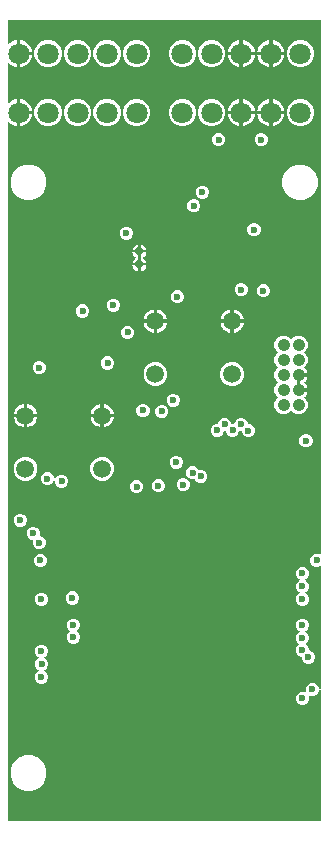
<source format=gbr>
G04 EAGLE Gerber RS-274X export*
G75*
%MOMM*%
%FSLAX34Y34*%
%LPD*%
%INCopper Layer 2*%
%IPPOS*%
%AMOC8*
5,1,8,0,0,1.08239X$1,22.5*%
G01*
%ADD10C,1.800000*%
%ADD11C,1.050000*%
%ADD12C,0.700000*%
%ADD13C,1.500000*%
%ADD14C,0.600000*%

G36*
X266698Y119239D02*
X266698Y119239D01*
X266718Y119242D01*
X266737Y119240D01*
X266839Y119262D01*
X266941Y119279D01*
X266958Y119288D01*
X266978Y119292D01*
X267067Y119345D01*
X267158Y119394D01*
X267172Y119408D01*
X267189Y119418D01*
X267256Y119497D01*
X267328Y119572D01*
X267336Y119590D01*
X267349Y119605D01*
X267388Y119701D01*
X267431Y119795D01*
X267433Y119815D01*
X267441Y119833D01*
X267459Y120000D01*
X267459Y229269D01*
X267444Y229365D01*
X267434Y229462D01*
X267424Y229486D01*
X267420Y229512D01*
X267374Y229597D01*
X267334Y229687D01*
X267317Y229706D01*
X267304Y229729D01*
X267234Y229796D01*
X267168Y229868D01*
X267145Y229880D01*
X267126Y229898D01*
X267038Y229939D01*
X266952Y229986D01*
X266927Y229991D01*
X266903Y230002D01*
X266806Y230013D01*
X266710Y230030D01*
X266684Y230026D01*
X266659Y230029D01*
X266563Y230008D01*
X266467Y229994D01*
X266444Y229982D01*
X266418Y229977D01*
X266335Y229927D01*
X266248Y229883D01*
X266229Y229864D01*
X266207Y229851D01*
X266144Y229777D01*
X266076Y229707D01*
X266060Y229678D01*
X266047Y229664D01*
X266035Y229633D01*
X265995Y229560D01*
X265117Y227441D01*
X263559Y225883D01*
X261522Y225039D01*
X259318Y225039D01*
X258402Y225419D01*
X258332Y225435D01*
X258265Y225461D01*
X258213Y225463D01*
X258163Y225475D01*
X258091Y225468D01*
X258019Y225471D01*
X257969Y225457D01*
X257918Y225452D01*
X257852Y225423D01*
X257783Y225403D01*
X257740Y225373D01*
X257693Y225352D01*
X257640Y225303D01*
X257581Y225262D01*
X257550Y225221D01*
X257512Y225185D01*
X257477Y225122D01*
X257434Y225065D01*
X257418Y225016D01*
X257393Y224970D01*
X257380Y224899D01*
X257358Y224831D01*
X257359Y224779D01*
X257350Y224728D01*
X257360Y224657D01*
X257361Y224585D01*
X257381Y224516D01*
X257385Y224484D01*
X257396Y224464D01*
X257407Y224424D01*
X257541Y224102D01*
X257541Y221898D01*
X256697Y219861D01*
X255139Y218303D01*
X253102Y217459D01*
X250898Y217459D01*
X248861Y218303D01*
X247303Y219861D01*
X246459Y221898D01*
X246459Y224102D01*
X247303Y226139D01*
X248861Y227697D01*
X250898Y228541D01*
X253102Y228541D01*
X254018Y228161D01*
X254088Y228145D01*
X254155Y228119D01*
X254207Y228117D01*
X254257Y228105D01*
X254329Y228112D01*
X254400Y228109D01*
X254451Y228123D01*
X254502Y228128D01*
X254568Y228157D01*
X254637Y228177D01*
X254680Y228207D01*
X254727Y228228D01*
X254780Y228277D01*
X254839Y228318D01*
X254870Y228359D01*
X254908Y228395D01*
X254943Y228458D01*
X254986Y228515D01*
X255002Y228565D01*
X255027Y228610D01*
X255040Y228681D01*
X255062Y228749D01*
X255061Y228801D01*
X255070Y228852D01*
X255060Y228923D01*
X255059Y228995D01*
X255039Y229064D01*
X255035Y229096D01*
X255024Y229117D01*
X255013Y229156D01*
X254879Y229478D01*
X254879Y231682D01*
X255723Y233719D01*
X257281Y235277D01*
X259318Y236121D01*
X261522Y236121D01*
X263559Y235277D01*
X265117Y233719D01*
X265995Y231600D01*
X266046Y231517D01*
X266092Y231431D01*
X266110Y231413D01*
X266124Y231391D01*
X266200Y231329D01*
X266270Y231262D01*
X266294Y231251D01*
X266314Y231234D01*
X266405Y231199D01*
X266493Y231158D01*
X266519Y231155D01*
X266543Y231146D01*
X266641Y231142D01*
X266737Y231131D01*
X266763Y231137D01*
X266789Y231136D01*
X266883Y231163D01*
X266978Y231183D01*
X267000Y231197D01*
X267025Y231204D01*
X267105Y231260D01*
X267189Y231310D01*
X267206Y231329D01*
X267227Y231344D01*
X267285Y231422D01*
X267349Y231496D01*
X267359Y231521D01*
X267374Y231542D01*
X267404Y231634D01*
X267425Y231686D01*
X267431Y231699D01*
X267431Y231701D01*
X267441Y231725D01*
X267444Y231757D01*
X267450Y231776D01*
X267450Y231809D01*
X267459Y231891D01*
X267459Y334296D01*
X267452Y334342D01*
X267454Y334388D01*
X267432Y334462D01*
X267420Y334539D01*
X267398Y334580D01*
X267385Y334624D01*
X267341Y334688D01*
X267304Y334756D01*
X267271Y334788D01*
X267245Y334826D01*
X267183Y334872D01*
X267126Y334926D01*
X267084Y334945D01*
X267048Y334973D01*
X266974Y334997D01*
X266903Y335029D01*
X266857Y335035D01*
X266814Y335049D01*
X266736Y335048D01*
X266659Y335057D01*
X266614Y335047D01*
X266568Y335046D01*
X266436Y335008D01*
X266418Y335004D01*
X266414Y335002D01*
X266407Y335000D01*
X265102Y334459D01*
X262898Y334459D01*
X260861Y335303D01*
X259303Y336861D01*
X258459Y338898D01*
X258459Y341102D01*
X259303Y343139D01*
X260861Y344697D01*
X262898Y345541D01*
X265102Y345541D01*
X266407Y345000D01*
X266451Y344990D01*
X266493Y344971D01*
X266570Y344962D01*
X266646Y344944D01*
X266692Y344948D01*
X266737Y344943D01*
X266814Y344960D01*
X266891Y344967D01*
X266933Y344986D01*
X266978Y344996D01*
X267045Y345036D01*
X267116Y345067D01*
X267150Y345098D01*
X267189Y345122D01*
X267240Y345181D01*
X267297Y345234D01*
X267319Y345274D01*
X267349Y345309D01*
X267378Y345381D01*
X267415Y345449D01*
X267424Y345494D01*
X267441Y345537D01*
X267456Y345673D01*
X267459Y345691D01*
X267458Y345696D01*
X267459Y345704D01*
X267459Y796698D01*
X267456Y796718D01*
X267458Y796737D01*
X267436Y796839D01*
X267420Y796941D01*
X267410Y796958D01*
X267406Y796978D01*
X267353Y797067D01*
X267304Y797158D01*
X267290Y797172D01*
X267280Y797189D01*
X267201Y797256D01*
X267126Y797328D01*
X267108Y797336D01*
X267093Y797349D01*
X266997Y797388D01*
X266903Y797431D01*
X266883Y797433D01*
X266865Y797441D01*
X266698Y797459D01*
X3302Y797459D01*
X3282Y797456D01*
X3263Y797458D01*
X3161Y797436D01*
X3059Y797420D01*
X3042Y797410D01*
X3022Y797406D01*
X2933Y797353D01*
X2842Y797304D01*
X2828Y797290D01*
X2811Y797280D01*
X2744Y797201D01*
X2672Y797126D01*
X2664Y797108D01*
X2651Y797093D01*
X2612Y796997D01*
X2569Y796903D01*
X2567Y796883D01*
X2559Y796865D01*
X2541Y796698D01*
X2541Y778043D01*
X2552Y777972D01*
X2554Y777901D01*
X2572Y777852D01*
X2580Y777800D01*
X2614Y777737D01*
X2639Y777670D01*
X2671Y777629D01*
X2696Y777583D01*
X2747Y777534D01*
X2792Y777478D01*
X2836Y777449D01*
X2874Y777414D01*
X2939Y777383D01*
X2999Y777345D01*
X3050Y777332D01*
X3097Y777310D01*
X3168Y777302D01*
X3238Y777284D01*
X3290Y777289D01*
X3341Y777283D01*
X3412Y777298D01*
X3483Y777304D01*
X3531Y777324D01*
X3582Y777335D01*
X3643Y777372D01*
X3709Y777400D01*
X3765Y777445D01*
X3793Y777461D01*
X3808Y777479D01*
X3840Y777505D01*
X4108Y777772D01*
X5572Y778836D01*
X7185Y779658D01*
X8907Y780218D01*
X10077Y780403D01*
X10077Y769762D01*
X10080Y769742D01*
X10078Y769723D01*
X10100Y769621D01*
X10117Y769519D01*
X10126Y769502D01*
X10130Y769482D01*
X10183Y769393D01*
X10232Y769302D01*
X10246Y769288D01*
X10256Y769271D01*
X10335Y769204D01*
X10410Y769133D01*
X10428Y769124D01*
X10443Y769111D01*
X10539Y769073D01*
X10633Y769029D01*
X10653Y769027D01*
X10671Y769019D01*
X10838Y769001D01*
X11601Y769001D01*
X11601Y768999D01*
X10838Y768999D01*
X10818Y768996D01*
X10799Y768998D01*
X10697Y768976D01*
X10595Y768959D01*
X10578Y768950D01*
X10558Y768946D01*
X10469Y768893D01*
X10378Y768844D01*
X10364Y768830D01*
X10347Y768820D01*
X10280Y768741D01*
X10209Y768666D01*
X10200Y768648D01*
X10187Y768633D01*
X10148Y768537D01*
X10105Y768443D01*
X10103Y768423D01*
X10095Y768405D01*
X10077Y768238D01*
X10077Y757597D01*
X8907Y757782D01*
X7185Y758342D01*
X5572Y759164D01*
X4108Y760228D01*
X3840Y760495D01*
X3782Y760537D01*
X3730Y760586D01*
X3683Y760608D01*
X3641Y760639D01*
X3572Y760660D01*
X3507Y760690D01*
X3455Y760696D01*
X3405Y760711D01*
X3334Y760709D01*
X3263Y760717D01*
X3212Y760706D01*
X3160Y760705D01*
X3092Y760680D01*
X3022Y760665D01*
X2977Y760638D01*
X2929Y760620D01*
X2873Y760576D01*
X2811Y760539D01*
X2777Y760499D01*
X2737Y760467D01*
X2698Y760406D01*
X2651Y760352D01*
X2632Y760303D01*
X2604Y760260D01*
X2586Y760190D01*
X2559Y760124D01*
X2551Y760052D01*
X2543Y760021D01*
X2545Y759998D01*
X2541Y759957D01*
X2541Y728043D01*
X2552Y727972D01*
X2554Y727901D01*
X2572Y727852D01*
X2580Y727800D01*
X2614Y727737D01*
X2639Y727670D01*
X2671Y727629D01*
X2696Y727583D01*
X2747Y727534D01*
X2792Y727478D01*
X2836Y727449D01*
X2874Y727414D01*
X2939Y727383D01*
X2999Y727345D01*
X3050Y727332D01*
X3097Y727310D01*
X3168Y727302D01*
X3238Y727284D01*
X3290Y727289D01*
X3341Y727283D01*
X3412Y727298D01*
X3483Y727304D01*
X3531Y727324D01*
X3582Y727335D01*
X3643Y727372D01*
X3709Y727400D01*
X3765Y727445D01*
X3793Y727461D01*
X3808Y727479D01*
X3840Y727505D01*
X4108Y727772D01*
X5572Y728836D01*
X7185Y729658D01*
X8907Y730218D01*
X10077Y730403D01*
X10077Y719762D01*
X10080Y719742D01*
X10078Y719723D01*
X10100Y719621D01*
X10117Y719519D01*
X10126Y719502D01*
X10130Y719482D01*
X10183Y719393D01*
X10232Y719302D01*
X10246Y719288D01*
X10256Y719271D01*
X10335Y719204D01*
X10410Y719133D01*
X10428Y719124D01*
X10443Y719111D01*
X10539Y719073D01*
X10633Y719029D01*
X10653Y719027D01*
X10671Y719019D01*
X10838Y719001D01*
X11601Y719001D01*
X11601Y718999D01*
X10838Y718999D01*
X10818Y718996D01*
X10799Y718998D01*
X10697Y718976D01*
X10595Y718959D01*
X10578Y718950D01*
X10558Y718946D01*
X10469Y718893D01*
X10378Y718844D01*
X10364Y718830D01*
X10347Y718820D01*
X10280Y718741D01*
X10209Y718666D01*
X10200Y718648D01*
X10187Y718633D01*
X10148Y718537D01*
X10105Y718443D01*
X10103Y718423D01*
X10095Y718405D01*
X10077Y718238D01*
X10077Y707597D01*
X8907Y707782D01*
X7185Y708342D01*
X5572Y709164D01*
X4108Y710228D01*
X3840Y710495D01*
X3782Y710537D01*
X3730Y710586D01*
X3683Y710608D01*
X3641Y710639D01*
X3572Y710660D01*
X3507Y710690D01*
X3455Y710696D01*
X3405Y710711D01*
X3334Y710709D01*
X3263Y710717D01*
X3212Y710706D01*
X3160Y710705D01*
X3092Y710680D01*
X3022Y710665D01*
X2977Y710638D01*
X2929Y710620D01*
X2873Y710576D01*
X2811Y710539D01*
X2777Y710499D01*
X2737Y710467D01*
X2698Y710406D01*
X2651Y710352D01*
X2632Y710303D01*
X2604Y710260D01*
X2586Y710190D01*
X2559Y710124D01*
X2551Y710052D01*
X2543Y710021D01*
X2545Y709998D01*
X2541Y709957D01*
X2541Y120000D01*
X2544Y119980D01*
X2542Y119961D01*
X2564Y119859D01*
X2580Y119757D01*
X2590Y119740D01*
X2594Y119720D01*
X2647Y119631D01*
X2696Y119540D01*
X2710Y119526D01*
X2720Y119509D01*
X2799Y119442D01*
X2874Y119370D01*
X2892Y119362D01*
X2907Y119349D01*
X3003Y119310D01*
X3097Y119267D01*
X3117Y119265D01*
X3135Y119257D01*
X3302Y119239D01*
X266698Y119239D01*
G37*
%LPC*%
G36*
X234450Y463809D02*
X234450Y463809D01*
X231587Y464995D01*
X229395Y467187D01*
X228209Y470050D01*
X228209Y473150D01*
X229395Y476013D01*
X230794Y477412D01*
X230806Y477428D01*
X230821Y477440D01*
X230877Y477528D01*
X230937Y477611D01*
X230943Y477630D01*
X230954Y477647D01*
X230979Y477748D01*
X231010Y477847D01*
X231009Y477866D01*
X231014Y477886D01*
X231006Y477989D01*
X231003Y478092D01*
X230997Y478111D01*
X230995Y478131D01*
X230955Y478226D01*
X230919Y478323D01*
X230907Y478339D01*
X230899Y478357D01*
X230794Y478488D01*
X229395Y479887D01*
X228209Y482750D01*
X228209Y485850D01*
X229395Y488713D01*
X230794Y490112D01*
X230806Y490128D01*
X230821Y490140D01*
X230877Y490228D01*
X230937Y490311D01*
X230943Y490330D01*
X230954Y490347D01*
X230979Y490448D01*
X231010Y490547D01*
X231009Y490566D01*
X231014Y490586D01*
X231006Y490689D01*
X231003Y490792D01*
X230997Y490811D01*
X230995Y490831D01*
X230955Y490926D01*
X230919Y491023D01*
X230907Y491039D01*
X230899Y491057D01*
X230794Y491188D01*
X229395Y492587D01*
X228209Y495450D01*
X228209Y498550D01*
X229395Y501413D01*
X230794Y502812D01*
X230806Y502828D01*
X230821Y502840D01*
X230877Y502928D01*
X230937Y503011D01*
X230943Y503030D01*
X230954Y503047D01*
X230979Y503148D01*
X231010Y503247D01*
X231009Y503266D01*
X231014Y503286D01*
X231006Y503389D01*
X231003Y503492D01*
X230997Y503511D01*
X230995Y503531D01*
X230955Y503626D01*
X230919Y503723D01*
X230907Y503739D01*
X230899Y503757D01*
X230794Y503888D01*
X229395Y505287D01*
X228209Y508150D01*
X228209Y511250D01*
X229395Y514113D01*
X230794Y515512D01*
X230806Y515528D01*
X230821Y515540D01*
X230877Y515628D01*
X230937Y515711D01*
X230943Y515730D01*
X230954Y515747D01*
X230979Y515848D01*
X231010Y515947D01*
X231009Y515966D01*
X231014Y515986D01*
X231006Y516089D01*
X231003Y516192D01*
X230997Y516211D01*
X230995Y516231D01*
X230955Y516326D01*
X230919Y516423D01*
X230907Y516439D01*
X230899Y516457D01*
X230794Y516588D01*
X229395Y517987D01*
X228209Y520850D01*
X228209Y523950D01*
X229395Y526813D01*
X231587Y529005D01*
X234450Y530191D01*
X237550Y530191D01*
X240413Y529005D01*
X241812Y527606D01*
X241828Y527594D01*
X241840Y527579D01*
X241928Y527523D01*
X242011Y527463D01*
X242030Y527457D01*
X242047Y527446D01*
X242148Y527421D01*
X242247Y527390D01*
X242266Y527391D01*
X242286Y527386D01*
X242389Y527394D01*
X242492Y527397D01*
X242511Y527403D01*
X242531Y527405D01*
X242626Y527445D01*
X242723Y527481D01*
X242739Y527493D01*
X242757Y527501D01*
X242888Y527606D01*
X244287Y529005D01*
X247150Y530191D01*
X250250Y530191D01*
X253113Y529005D01*
X255305Y526813D01*
X256491Y523950D01*
X256491Y520850D01*
X255305Y517987D01*
X253906Y516588D01*
X253894Y516572D01*
X253879Y516560D01*
X253823Y516472D01*
X253763Y516389D01*
X253757Y516370D01*
X253746Y516353D01*
X253721Y516252D01*
X253690Y516153D01*
X253691Y516134D01*
X253686Y516114D01*
X253694Y516011D01*
X253697Y515908D01*
X253703Y515889D01*
X253705Y515869D01*
X253745Y515774D01*
X253781Y515677D01*
X253793Y515661D01*
X253801Y515643D01*
X253906Y515512D01*
X255305Y514113D01*
X256491Y511250D01*
X256491Y508150D01*
X255305Y505287D01*
X253878Y503860D01*
X253866Y503844D01*
X253851Y503831D01*
X253795Y503744D01*
X253734Y503660D01*
X253728Y503641D01*
X253718Y503624D01*
X253692Y503524D01*
X253662Y503425D01*
X253662Y503405D01*
X253658Y503386D01*
X253666Y503283D01*
X253668Y503179D01*
X253675Y503161D01*
X253677Y503141D01*
X253717Y503046D01*
X253753Y502948D01*
X253765Y502933D01*
X253773Y502914D01*
X253878Y502783D01*
X254720Y501941D01*
X255569Y500671D01*
X256153Y499261D01*
X256300Y498523D01*
X249462Y498523D01*
X249442Y498520D01*
X249423Y498522D01*
X249321Y498500D01*
X249219Y498483D01*
X249202Y498474D01*
X249182Y498470D01*
X249093Y498417D01*
X249002Y498368D01*
X248988Y498354D01*
X248971Y498344D01*
X248904Y498265D01*
X248833Y498190D01*
X248824Y498172D01*
X248811Y498157D01*
X248773Y498061D01*
X248729Y497967D01*
X248727Y497947D01*
X248719Y497929D01*
X248701Y497762D01*
X248701Y496999D01*
X247938Y496999D01*
X247918Y496996D01*
X247899Y496998D01*
X247797Y496976D01*
X247695Y496959D01*
X247678Y496950D01*
X247658Y496946D01*
X247569Y496893D01*
X247478Y496844D01*
X247464Y496830D01*
X247447Y496820D01*
X247380Y496741D01*
X247309Y496666D01*
X247300Y496648D01*
X247287Y496633D01*
X247248Y496537D01*
X247205Y496443D01*
X247203Y496423D01*
X247195Y496405D01*
X247177Y496238D01*
X247177Y485062D01*
X247180Y485042D01*
X247178Y485023D01*
X247200Y484921D01*
X247217Y484819D01*
X247226Y484802D01*
X247230Y484782D01*
X247283Y484693D01*
X247332Y484602D01*
X247346Y484588D01*
X247356Y484571D01*
X247435Y484504D01*
X247510Y484433D01*
X247528Y484424D01*
X247543Y484411D01*
X247639Y484373D01*
X247733Y484329D01*
X247753Y484327D01*
X247771Y484319D01*
X247938Y484301D01*
X248701Y484301D01*
X248701Y483538D01*
X248704Y483518D01*
X248702Y483499D01*
X248724Y483397D01*
X248741Y483295D01*
X248750Y483278D01*
X248754Y483258D01*
X248807Y483169D01*
X248856Y483078D01*
X248870Y483064D01*
X248880Y483047D01*
X248959Y482980D01*
X249034Y482909D01*
X249052Y482900D01*
X249067Y482887D01*
X249163Y482848D01*
X249257Y482805D01*
X249277Y482803D01*
X249295Y482795D01*
X249462Y482777D01*
X256300Y482777D01*
X256153Y482039D01*
X255569Y480629D01*
X254720Y479359D01*
X253878Y478517D01*
X253866Y478500D01*
X253851Y478488D01*
X253795Y478401D01*
X253734Y478317D01*
X253728Y478298D01*
X253718Y478281D01*
X253692Y478181D01*
X253662Y478082D01*
X253662Y478062D01*
X253658Y478043D01*
X253666Y477940D01*
X253668Y477836D01*
X253675Y477817D01*
X253677Y477797D01*
X253717Y477702D01*
X253753Y477605D01*
X253765Y477589D01*
X253773Y477571D01*
X253878Y477440D01*
X255305Y476013D01*
X256491Y473150D01*
X256491Y470050D01*
X255305Y467187D01*
X253113Y464995D01*
X250250Y463809D01*
X247150Y463809D01*
X244287Y464995D01*
X242888Y466394D01*
X242872Y466406D01*
X242860Y466421D01*
X242772Y466477D01*
X242689Y466537D01*
X242670Y466543D01*
X242653Y466554D01*
X242552Y466579D01*
X242453Y466610D01*
X242434Y466609D01*
X242414Y466614D01*
X242311Y466606D01*
X242208Y466603D01*
X242189Y466597D01*
X242169Y466595D01*
X242074Y466555D01*
X241977Y466519D01*
X241961Y466507D01*
X241943Y466499D01*
X241812Y466394D01*
X240413Y464995D01*
X237550Y463809D01*
X234450Y463809D01*
G37*
%LPD*%
%LPC*%
G36*
X247008Y644959D02*
X247008Y644959D01*
X241480Y647249D01*
X237249Y651480D01*
X234959Y657008D01*
X234959Y662992D01*
X237249Y668520D01*
X241480Y672751D01*
X247008Y675041D01*
X252992Y675041D01*
X258520Y672751D01*
X262751Y668520D01*
X265041Y662992D01*
X265041Y657008D01*
X262751Y651480D01*
X258520Y647249D01*
X252992Y644959D01*
X247008Y644959D01*
G37*
%LPD*%
%LPC*%
G36*
X17008Y644959D02*
X17008Y644959D01*
X11480Y647249D01*
X7249Y651480D01*
X4959Y657008D01*
X4959Y662992D01*
X7249Y668520D01*
X11480Y672751D01*
X17008Y675041D01*
X22992Y675041D01*
X28520Y672751D01*
X32751Y668520D01*
X35041Y662992D01*
X35041Y657008D01*
X32751Y651480D01*
X28520Y647249D01*
X22992Y644959D01*
X17008Y644959D01*
G37*
%LPD*%
%LPC*%
G36*
X17008Y144959D02*
X17008Y144959D01*
X11480Y147249D01*
X7249Y151480D01*
X4959Y157008D01*
X4959Y162992D01*
X7249Y168520D01*
X11480Y172751D01*
X17008Y175041D01*
X22992Y175041D01*
X28520Y172751D01*
X32751Y168520D01*
X35041Y162992D01*
X35041Y157008D01*
X32751Y151480D01*
X28520Y147249D01*
X22992Y144959D01*
X17008Y144959D01*
G37*
%LPD*%
%LPC*%
G36*
X205173Y444184D02*
X205173Y444184D01*
X203137Y445027D01*
X201578Y446586D01*
X200735Y448623D01*
X200735Y448698D01*
X200731Y448718D01*
X200734Y448737D01*
X200712Y448839D01*
X200695Y448941D01*
X200686Y448958D01*
X200681Y448978D01*
X200628Y449067D01*
X200580Y449158D01*
X200565Y449172D01*
X200555Y449189D01*
X200476Y449256D01*
X200401Y449328D01*
X200383Y449336D01*
X200368Y449349D01*
X200272Y449388D01*
X200178Y449431D01*
X200159Y449433D01*
X200140Y449441D01*
X199973Y449459D01*
X199282Y449459D01*
X199167Y449440D01*
X199051Y449423D01*
X199045Y449421D01*
X199039Y449420D01*
X198937Y449365D01*
X198832Y449312D01*
X198827Y449307D01*
X198822Y449304D01*
X198742Y449220D01*
X198659Y449136D01*
X198656Y449130D01*
X198652Y449126D01*
X198645Y449109D01*
X198579Y448989D01*
X197697Y446861D01*
X196139Y445303D01*
X194102Y444459D01*
X191898Y444459D01*
X189861Y445303D01*
X188303Y446861D01*
X187421Y448989D01*
X187360Y449089D01*
X187300Y449189D01*
X187295Y449193D01*
X187292Y449198D01*
X187202Y449273D01*
X187113Y449349D01*
X187107Y449351D01*
X187102Y449355D01*
X186994Y449397D01*
X186885Y449441D01*
X186877Y449442D01*
X186873Y449443D01*
X186854Y449444D01*
X186718Y449459D01*
X186032Y449459D01*
X185917Y449440D01*
X185801Y449423D01*
X185795Y449421D01*
X185789Y449420D01*
X185687Y449365D01*
X185582Y449312D01*
X185577Y449307D01*
X185572Y449304D01*
X185492Y449220D01*
X185409Y449136D01*
X185406Y449130D01*
X185402Y449126D01*
X185395Y449109D01*
X185329Y448989D01*
X184447Y446861D01*
X182889Y445303D01*
X180852Y444459D01*
X178648Y444459D01*
X176611Y445303D01*
X175053Y446861D01*
X174209Y448898D01*
X174209Y451102D01*
X175053Y453139D01*
X176611Y454697D01*
X178648Y455541D01*
X179718Y455541D01*
X179833Y455560D01*
X179949Y455577D01*
X179955Y455579D01*
X179961Y455580D01*
X180063Y455635D01*
X180168Y455688D01*
X180173Y455693D01*
X180178Y455696D01*
X180258Y455780D01*
X180341Y455864D01*
X180344Y455870D01*
X180348Y455874D01*
X180355Y455891D01*
X180421Y456011D01*
X181303Y458139D01*
X182861Y459697D01*
X184898Y460541D01*
X187102Y460541D01*
X189139Y459697D01*
X190697Y458139D01*
X191579Y456011D01*
X191640Y455911D01*
X191700Y455811D01*
X191705Y455807D01*
X191708Y455802D01*
X191798Y455727D01*
X191887Y455651D01*
X191893Y455649D01*
X191898Y455645D01*
X192006Y455603D01*
X192115Y455559D01*
X192123Y455558D01*
X192127Y455557D01*
X192146Y455556D01*
X192282Y455541D01*
X193718Y455541D01*
X193833Y455560D01*
X193949Y455577D01*
X193955Y455579D01*
X193961Y455580D01*
X194063Y455635D01*
X194168Y455688D01*
X194173Y455693D01*
X194178Y455696D01*
X194258Y455780D01*
X194341Y455864D01*
X194344Y455870D01*
X194348Y455874D01*
X194355Y455891D01*
X194421Y456011D01*
X195303Y458139D01*
X196861Y459697D01*
X198898Y460541D01*
X201102Y460541D01*
X203139Y459697D01*
X204697Y458139D01*
X205541Y456102D01*
X205541Y456027D01*
X205544Y456007D01*
X205542Y455987D01*
X205564Y455886D01*
X205580Y455784D01*
X205590Y455766D01*
X205594Y455747D01*
X205647Y455658D01*
X205696Y455566D01*
X205710Y455553D01*
X205720Y455536D01*
X205799Y455468D01*
X205874Y455397D01*
X205892Y455389D01*
X205907Y455376D01*
X206003Y455337D01*
X206097Y455293D01*
X206117Y455291D01*
X206135Y455284D01*
X206302Y455265D01*
X207377Y455265D01*
X209414Y454422D01*
X210973Y452863D01*
X211816Y450827D01*
X211816Y448623D01*
X210973Y446586D01*
X209414Y445027D01*
X207377Y444184D01*
X205173Y444184D01*
G37*
%LPD*%
%LPC*%
G36*
X34304Y757459D02*
X34304Y757459D01*
X30063Y759216D01*
X26816Y762463D01*
X25059Y766704D01*
X25059Y771296D01*
X26816Y775537D01*
X30063Y778784D01*
X34304Y780541D01*
X38896Y780541D01*
X43137Y778784D01*
X46384Y775537D01*
X48141Y771296D01*
X48141Y766704D01*
X46384Y762463D01*
X43137Y759216D01*
X38896Y757459D01*
X34304Y757459D01*
G37*
%LPD*%
%LPC*%
G36*
X247904Y757459D02*
X247904Y757459D01*
X243663Y759216D01*
X240416Y762463D01*
X238659Y766704D01*
X238659Y771296D01*
X240416Y775537D01*
X243663Y778784D01*
X247904Y780541D01*
X252496Y780541D01*
X256737Y778784D01*
X259984Y775537D01*
X261741Y771296D01*
X261741Y766704D01*
X259984Y762463D01*
X256737Y759216D01*
X252496Y757459D01*
X247904Y757459D01*
G37*
%LPD*%
%LPC*%
G36*
X172904Y757459D02*
X172904Y757459D01*
X168663Y759216D01*
X165416Y762463D01*
X163659Y766704D01*
X163659Y771296D01*
X165416Y775537D01*
X168663Y778784D01*
X172904Y780541D01*
X177496Y780541D01*
X181737Y778784D01*
X184984Y775537D01*
X186741Y771296D01*
X186741Y766704D01*
X184984Y762463D01*
X181737Y759216D01*
X177496Y757459D01*
X172904Y757459D01*
G37*
%LPD*%
%LPC*%
G36*
X147904Y757459D02*
X147904Y757459D01*
X143663Y759216D01*
X140416Y762463D01*
X138659Y766704D01*
X138659Y771296D01*
X140416Y775537D01*
X143663Y778784D01*
X147904Y780541D01*
X152496Y780541D01*
X156737Y778784D01*
X159984Y775537D01*
X161741Y771296D01*
X161741Y766704D01*
X159984Y762463D01*
X156737Y759216D01*
X152496Y757459D01*
X147904Y757459D01*
G37*
%LPD*%
%LPC*%
G36*
X109304Y757459D02*
X109304Y757459D01*
X105063Y759216D01*
X101816Y762463D01*
X100059Y766704D01*
X100059Y771296D01*
X101816Y775537D01*
X105063Y778784D01*
X109304Y780541D01*
X113896Y780541D01*
X118137Y778784D01*
X121384Y775537D01*
X123141Y771296D01*
X123141Y766704D01*
X121384Y762463D01*
X118137Y759216D01*
X113896Y757459D01*
X109304Y757459D01*
G37*
%LPD*%
%LPC*%
G36*
X84304Y757459D02*
X84304Y757459D01*
X80063Y759216D01*
X76816Y762463D01*
X75059Y766704D01*
X75059Y771296D01*
X76816Y775537D01*
X80063Y778784D01*
X84304Y780541D01*
X88896Y780541D01*
X93137Y778784D01*
X96384Y775537D01*
X98141Y771296D01*
X98141Y766704D01*
X96384Y762463D01*
X93137Y759216D01*
X88896Y757459D01*
X84304Y757459D01*
G37*
%LPD*%
%LPC*%
G36*
X59304Y757459D02*
X59304Y757459D01*
X55063Y759216D01*
X51816Y762463D01*
X50059Y766704D01*
X50059Y771296D01*
X51816Y775537D01*
X55063Y778784D01*
X59304Y780541D01*
X63896Y780541D01*
X68137Y778784D01*
X71384Y775537D01*
X73141Y771296D01*
X73141Y766704D01*
X71384Y762463D01*
X68137Y759216D01*
X63896Y757459D01*
X59304Y757459D01*
G37*
%LPD*%
%LPC*%
G36*
X34304Y707459D02*
X34304Y707459D01*
X30063Y709216D01*
X26816Y712463D01*
X25059Y716704D01*
X25059Y721296D01*
X26816Y725537D01*
X30063Y728784D01*
X34304Y730541D01*
X38896Y730541D01*
X43137Y728784D01*
X46384Y725537D01*
X48141Y721296D01*
X48141Y716704D01*
X46384Y712463D01*
X43137Y709216D01*
X38896Y707459D01*
X34304Y707459D01*
G37*
%LPD*%
%LPC*%
G36*
X247904Y707459D02*
X247904Y707459D01*
X243663Y709216D01*
X240416Y712463D01*
X238659Y716704D01*
X238659Y721296D01*
X240416Y725537D01*
X243663Y728784D01*
X247904Y730541D01*
X252496Y730541D01*
X256737Y728784D01*
X259984Y725537D01*
X261741Y721296D01*
X261741Y716704D01*
X259984Y712463D01*
X256737Y709216D01*
X252496Y707459D01*
X247904Y707459D01*
G37*
%LPD*%
%LPC*%
G36*
X172904Y707459D02*
X172904Y707459D01*
X168663Y709216D01*
X165416Y712463D01*
X163659Y716704D01*
X163659Y721296D01*
X165416Y725537D01*
X168663Y728784D01*
X172904Y730541D01*
X177496Y730541D01*
X181737Y728784D01*
X184984Y725537D01*
X186741Y721296D01*
X186741Y716704D01*
X184984Y712463D01*
X181737Y709216D01*
X177496Y707459D01*
X172904Y707459D01*
G37*
%LPD*%
%LPC*%
G36*
X147904Y707459D02*
X147904Y707459D01*
X143663Y709216D01*
X140416Y712463D01*
X138659Y716704D01*
X138659Y721296D01*
X140416Y725537D01*
X143663Y728784D01*
X147904Y730541D01*
X152496Y730541D01*
X156737Y728784D01*
X159984Y725537D01*
X161741Y721296D01*
X161741Y716704D01*
X159984Y712463D01*
X156737Y709216D01*
X152496Y707459D01*
X147904Y707459D01*
G37*
%LPD*%
%LPC*%
G36*
X109304Y707459D02*
X109304Y707459D01*
X105063Y709216D01*
X101816Y712463D01*
X100059Y716704D01*
X100059Y721296D01*
X101816Y725537D01*
X105063Y728784D01*
X109304Y730541D01*
X113896Y730541D01*
X118137Y728784D01*
X121384Y725537D01*
X123141Y721296D01*
X123141Y716704D01*
X121384Y712463D01*
X118137Y709216D01*
X113896Y707459D01*
X109304Y707459D01*
G37*
%LPD*%
%LPC*%
G36*
X84304Y707459D02*
X84304Y707459D01*
X80063Y709216D01*
X76816Y712463D01*
X75059Y716704D01*
X75059Y721296D01*
X76816Y725537D01*
X80063Y728784D01*
X84304Y730541D01*
X88896Y730541D01*
X93137Y728784D01*
X96384Y725537D01*
X98141Y721296D01*
X98141Y716704D01*
X96384Y712463D01*
X93137Y709216D01*
X88896Y707459D01*
X84304Y707459D01*
G37*
%LPD*%
%LPC*%
G36*
X59304Y707459D02*
X59304Y707459D01*
X55063Y709216D01*
X51816Y712463D01*
X50059Y716704D01*
X50059Y721296D01*
X51816Y725537D01*
X55063Y728784D01*
X59304Y730541D01*
X63896Y730541D01*
X68137Y728784D01*
X71384Y725537D01*
X73141Y721296D01*
X73141Y716704D01*
X71384Y712463D01*
X68137Y709216D01*
X63896Y707459D01*
X59304Y707459D01*
G37*
%LPD*%
%LPC*%
G36*
X255898Y252459D02*
X255898Y252459D01*
X253861Y253303D01*
X252303Y254861D01*
X251459Y256898D01*
X251459Y257718D01*
X251440Y257833D01*
X251423Y257949D01*
X251421Y257955D01*
X251420Y257961D01*
X251365Y258063D01*
X251312Y258168D01*
X251307Y258173D01*
X251304Y258178D01*
X251220Y258258D01*
X251136Y258341D01*
X251130Y258344D01*
X251126Y258348D01*
X251109Y258355D01*
X250989Y258421D01*
X248861Y259303D01*
X247303Y260861D01*
X246459Y262898D01*
X246459Y265102D01*
X247303Y267139D01*
X248626Y268462D01*
X248638Y268478D01*
X248653Y268490D01*
X248709Y268578D01*
X248769Y268661D01*
X248775Y268680D01*
X248786Y268697D01*
X248811Y268798D01*
X248842Y268897D01*
X248841Y268916D01*
X248846Y268936D01*
X248838Y269039D01*
X248835Y269142D01*
X248829Y269161D01*
X248827Y269181D01*
X248787Y269276D01*
X248751Y269373D01*
X248738Y269389D01*
X248731Y269407D01*
X248626Y269538D01*
X247303Y270861D01*
X246459Y272898D01*
X246459Y275102D01*
X247303Y277139D01*
X248861Y278697D01*
X249102Y278797D01*
X249163Y278835D01*
X249228Y278864D01*
X249266Y278899D01*
X249311Y278926D01*
X249356Y278982D01*
X249409Y279030D01*
X249434Y279076D01*
X249467Y279116D01*
X249493Y279183D01*
X249528Y279246D01*
X249537Y279297D01*
X249556Y279345D01*
X249559Y279417D01*
X249571Y279488D01*
X249564Y279539D01*
X249566Y279591D01*
X249546Y279660D01*
X249536Y279731D01*
X249512Y279777D01*
X249498Y279827D01*
X249457Y279886D01*
X249424Y279950D01*
X249387Y279987D01*
X249357Y280029D01*
X249300Y280072D01*
X249249Y280122D01*
X249186Y280157D01*
X249160Y280176D01*
X249138Y280184D01*
X249102Y280203D01*
X248861Y280303D01*
X247303Y281861D01*
X246459Y283898D01*
X246459Y286102D01*
X247303Y288139D01*
X248861Y289697D01*
X250898Y290541D01*
X253102Y290541D01*
X255139Y289697D01*
X256697Y288139D01*
X257541Y286102D01*
X257541Y283898D01*
X256697Y281861D01*
X255139Y280303D01*
X254898Y280203D01*
X254838Y280166D01*
X254772Y280136D01*
X254734Y280101D01*
X254689Y280074D01*
X254644Y280018D01*
X254591Y279970D01*
X254566Y279924D01*
X254533Y279884D01*
X254507Y279817D01*
X254472Y279754D01*
X254463Y279703D01*
X254444Y279655D01*
X254441Y279583D01*
X254429Y279512D01*
X254436Y279461D01*
X254434Y279409D01*
X254454Y279340D01*
X254464Y279269D01*
X254488Y279223D01*
X254502Y279173D01*
X254543Y279114D01*
X254576Y279050D01*
X254613Y279013D01*
X254643Y278971D01*
X254700Y278928D01*
X254751Y278878D01*
X254814Y278843D01*
X254840Y278824D01*
X254862Y278817D01*
X254898Y278797D01*
X255139Y278697D01*
X256697Y277139D01*
X257541Y275102D01*
X257541Y272898D01*
X256697Y270861D01*
X255374Y269538D01*
X255362Y269522D01*
X255347Y269510D01*
X255291Y269422D01*
X255231Y269339D01*
X255225Y269320D01*
X255214Y269303D01*
X255189Y269202D01*
X255158Y269103D01*
X255159Y269084D01*
X255154Y269064D01*
X255162Y268961D01*
X255165Y268858D01*
X255171Y268839D01*
X255173Y268819D01*
X255213Y268724D01*
X255249Y268627D01*
X255261Y268611D01*
X255269Y268593D01*
X255374Y268462D01*
X256697Y267139D01*
X257541Y265102D01*
X257541Y264282D01*
X257560Y264167D01*
X257577Y264051D01*
X257579Y264045D01*
X257580Y264039D01*
X257635Y263937D01*
X257688Y263832D01*
X257693Y263827D01*
X257696Y263822D01*
X257780Y263742D01*
X257864Y263659D01*
X257870Y263656D01*
X257874Y263652D01*
X257891Y263645D01*
X258011Y263579D01*
X260139Y262697D01*
X261697Y261139D01*
X262541Y259102D01*
X262541Y256898D01*
X261697Y254861D01*
X260139Y253303D01*
X258102Y252459D01*
X255898Y252459D01*
G37*
%LPD*%
%LPC*%
G36*
X125503Y487459D02*
X125503Y487459D01*
X121812Y488988D01*
X118988Y491812D01*
X117459Y495503D01*
X117459Y499497D01*
X118988Y503188D01*
X121812Y506012D01*
X125503Y507541D01*
X129497Y507541D01*
X133188Y506012D01*
X136012Y503188D01*
X137541Y499497D01*
X137541Y495503D01*
X136012Y491812D01*
X133188Y488988D01*
X129497Y487459D01*
X125503Y487459D01*
G37*
%LPD*%
%LPC*%
G36*
X190503Y487459D02*
X190503Y487459D01*
X186812Y488988D01*
X183988Y491812D01*
X182459Y495503D01*
X182459Y499497D01*
X183988Y503188D01*
X186812Y506012D01*
X190503Y507541D01*
X194497Y507541D01*
X198188Y506012D01*
X201012Y503188D01*
X202541Y499497D01*
X202541Y495503D01*
X201012Y491812D01*
X198188Y488988D01*
X194497Y487459D01*
X190503Y487459D01*
G37*
%LPD*%
%LPC*%
G36*
X15503Y407459D02*
X15503Y407459D01*
X11812Y408988D01*
X8988Y411812D01*
X7459Y415503D01*
X7459Y419497D01*
X8988Y423188D01*
X11812Y426012D01*
X15503Y427541D01*
X19497Y427541D01*
X23188Y426012D01*
X26012Y423188D01*
X27541Y419497D01*
X27541Y415503D01*
X26012Y411812D01*
X23188Y408988D01*
X19497Y407459D01*
X15503Y407459D01*
G37*
%LPD*%
%LPC*%
G36*
X80503Y407459D02*
X80503Y407459D01*
X76812Y408988D01*
X73988Y411812D01*
X72459Y415503D01*
X72459Y419497D01*
X73988Y423188D01*
X76812Y426012D01*
X80503Y427541D01*
X84497Y427541D01*
X88188Y426012D01*
X91012Y423188D01*
X92541Y419497D01*
X92541Y415503D01*
X91012Y411812D01*
X88188Y408988D01*
X84497Y407459D01*
X80503Y407459D01*
G37*
%LPD*%
%LPC*%
G36*
X29898Y235459D02*
X29898Y235459D01*
X27861Y236303D01*
X26303Y237861D01*
X25459Y239898D01*
X25459Y242102D01*
X26303Y244139D01*
X27861Y245697D01*
X28217Y245844D01*
X28278Y245882D01*
X28343Y245911D01*
X28381Y245947D01*
X28426Y245974D01*
X28471Y246029D01*
X28524Y246078D01*
X28549Y246123D01*
X28582Y246163D01*
X28608Y246230D01*
X28643Y246293D01*
X28652Y246344D01*
X28671Y246393D01*
X28674Y246465D01*
X28686Y246535D01*
X28679Y246587D01*
X28681Y246639D01*
X28661Y246708D01*
X28651Y246779D01*
X28627Y246825D01*
X28613Y246875D01*
X28572Y246934D01*
X28539Y246998D01*
X28502Y247034D01*
X28472Y247077D01*
X28415Y247120D01*
X28364Y247170D01*
X28301Y247205D01*
X28275Y247224D01*
X28253Y247231D01*
X28217Y247251D01*
X28091Y247303D01*
X26533Y248861D01*
X25689Y250898D01*
X25689Y253102D01*
X26533Y255139D01*
X28091Y256697D01*
X28217Y256749D01*
X28277Y256787D01*
X28343Y256816D01*
X28381Y256851D01*
X28426Y256879D01*
X28471Y256934D01*
X28524Y256982D01*
X28549Y257028D01*
X28582Y257068D01*
X28608Y257135D01*
X28643Y257198D01*
X28652Y257249D01*
X28671Y257298D01*
X28674Y257369D01*
X28686Y257440D01*
X28679Y257491D01*
X28681Y257543D01*
X28661Y257612D01*
X28651Y257683D01*
X28627Y257730D01*
X28613Y257780D01*
X28572Y257839D01*
X28539Y257903D01*
X28502Y257939D01*
X28472Y257982D01*
X28415Y258025D01*
X28364Y258075D01*
X28301Y258109D01*
X28275Y258129D01*
X28253Y258136D01*
X28217Y258156D01*
X27861Y258303D01*
X26303Y259861D01*
X25459Y261898D01*
X25459Y264102D01*
X26303Y266139D01*
X27861Y267697D01*
X29898Y268541D01*
X32102Y268541D01*
X34139Y267697D01*
X35697Y266139D01*
X36541Y264102D01*
X36541Y261898D01*
X35697Y259861D01*
X34139Y258303D01*
X34013Y258251D01*
X33953Y258213D01*
X33887Y258184D01*
X33849Y258149D01*
X33804Y258121D01*
X33759Y258066D01*
X33706Y258018D01*
X33681Y257972D01*
X33648Y257932D01*
X33622Y257865D01*
X33587Y257802D01*
X33578Y257751D01*
X33559Y257702D01*
X33556Y257631D01*
X33544Y257560D01*
X33551Y257509D01*
X33549Y257457D01*
X33569Y257388D01*
X33579Y257317D01*
X33603Y257270D01*
X33617Y257220D01*
X33658Y257161D01*
X33691Y257097D01*
X33728Y257061D01*
X33758Y257018D01*
X33815Y256975D01*
X33866Y256925D01*
X33929Y256891D01*
X33955Y256871D01*
X33977Y256864D01*
X34013Y256844D01*
X34369Y256697D01*
X35927Y255139D01*
X36771Y253102D01*
X36771Y250898D01*
X35927Y248861D01*
X34369Y247303D01*
X34013Y247156D01*
X33952Y247118D01*
X33887Y247089D01*
X33849Y247053D01*
X33804Y247026D01*
X33759Y246971D01*
X33706Y246922D01*
X33681Y246877D01*
X33648Y246837D01*
X33622Y246770D01*
X33587Y246707D01*
X33578Y246656D01*
X33559Y246607D01*
X33556Y246535D01*
X33544Y246465D01*
X33551Y246413D01*
X33549Y246361D01*
X33569Y246292D01*
X33579Y246221D01*
X33603Y246175D01*
X33617Y246125D01*
X33658Y246066D01*
X33691Y246002D01*
X33728Y245966D01*
X33758Y245923D01*
X33815Y245880D01*
X33866Y245830D01*
X33929Y245795D01*
X33955Y245776D01*
X33977Y245769D01*
X34013Y245749D01*
X34139Y245697D01*
X35697Y244139D01*
X36541Y242102D01*
X36541Y239898D01*
X35697Y237861D01*
X34139Y236303D01*
X32102Y235459D01*
X29898Y235459D01*
G37*
%LPD*%
%LPC*%
G36*
X250898Y301459D02*
X250898Y301459D01*
X248861Y302303D01*
X247303Y303861D01*
X246459Y305898D01*
X246459Y308102D01*
X247303Y310139D01*
X248861Y311697D01*
X249102Y311797D01*
X249162Y311834D01*
X249228Y311864D01*
X249266Y311899D01*
X249311Y311926D01*
X249356Y311982D01*
X249409Y312030D01*
X249434Y312076D01*
X249467Y312116D01*
X249493Y312183D01*
X249528Y312246D01*
X249537Y312297D01*
X249556Y312345D01*
X249559Y312417D01*
X249571Y312488D01*
X249564Y312539D01*
X249566Y312591D01*
X249546Y312660D01*
X249536Y312731D01*
X249512Y312777D01*
X249498Y312827D01*
X249457Y312886D01*
X249424Y312950D01*
X249387Y312987D01*
X249357Y313029D01*
X249300Y313072D01*
X249249Y313122D01*
X249186Y313157D01*
X249160Y313176D01*
X249138Y313183D01*
X249102Y313203D01*
X248861Y313303D01*
X247303Y314861D01*
X246459Y316898D01*
X246459Y319102D01*
X247303Y321139D01*
X248861Y322697D01*
X249102Y322797D01*
X249163Y322835D01*
X249228Y322864D01*
X249266Y322899D01*
X249311Y322926D01*
X249356Y322982D01*
X249409Y323030D01*
X249434Y323076D01*
X249467Y323116D01*
X249493Y323183D01*
X249528Y323246D01*
X249537Y323297D01*
X249556Y323345D01*
X249559Y323417D01*
X249571Y323488D01*
X249564Y323539D01*
X249566Y323591D01*
X249546Y323660D01*
X249536Y323731D01*
X249512Y323777D01*
X249498Y323827D01*
X249457Y323886D01*
X249424Y323950D01*
X249387Y323987D01*
X249357Y324029D01*
X249300Y324072D01*
X249249Y324122D01*
X249186Y324157D01*
X249160Y324176D01*
X249138Y324184D01*
X249102Y324203D01*
X248861Y324303D01*
X247303Y325861D01*
X246459Y327898D01*
X246459Y330102D01*
X247303Y332139D01*
X248861Y333697D01*
X250898Y334541D01*
X253102Y334541D01*
X255139Y333697D01*
X256697Y332139D01*
X257541Y330102D01*
X257541Y327898D01*
X256697Y325861D01*
X255139Y324303D01*
X254898Y324203D01*
X254838Y324166D01*
X254772Y324136D01*
X254734Y324101D01*
X254689Y324074D01*
X254644Y324018D01*
X254591Y323970D01*
X254566Y323924D01*
X254533Y323884D01*
X254507Y323817D01*
X254472Y323754D01*
X254463Y323703D01*
X254444Y323655D01*
X254441Y323583D01*
X254429Y323512D01*
X254436Y323461D01*
X254434Y323409D01*
X254454Y323340D01*
X254464Y323269D01*
X254488Y323223D01*
X254502Y323173D01*
X254543Y323114D01*
X254576Y323050D01*
X254613Y323013D01*
X254643Y322971D01*
X254700Y322928D01*
X254751Y322878D01*
X254814Y322843D01*
X254840Y322824D01*
X254862Y322817D01*
X254898Y322797D01*
X255139Y322697D01*
X256697Y321139D01*
X257541Y319102D01*
X257541Y316898D01*
X256697Y314861D01*
X255139Y313303D01*
X254898Y313203D01*
X254837Y313165D01*
X254772Y313136D01*
X254734Y313101D01*
X254689Y313074D01*
X254644Y313018D01*
X254591Y312970D01*
X254566Y312924D01*
X254533Y312884D01*
X254507Y312817D01*
X254472Y312754D01*
X254463Y312703D01*
X254444Y312655D01*
X254441Y312583D01*
X254429Y312512D01*
X254436Y312461D01*
X254434Y312409D01*
X254454Y312340D01*
X254464Y312269D01*
X254488Y312223D01*
X254502Y312173D01*
X254543Y312114D01*
X254576Y312050D01*
X254613Y312013D01*
X254643Y311971D01*
X254700Y311928D01*
X254751Y311878D01*
X254814Y311843D01*
X254840Y311824D01*
X254862Y311816D01*
X254898Y311797D01*
X255139Y311697D01*
X256697Y310139D01*
X257541Y308102D01*
X257541Y305898D01*
X256697Y303861D01*
X255139Y302303D01*
X253102Y301459D01*
X250898Y301459D01*
G37*
%LPD*%
%LPC*%
G36*
X46898Y401459D02*
X46898Y401459D01*
X44861Y402303D01*
X43303Y403861D01*
X42459Y405898D01*
X42459Y406288D01*
X42444Y406384D01*
X42434Y406481D01*
X42424Y406505D01*
X42420Y406531D01*
X42374Y406617D01*
X42334Y406706D01*
X42317Y406725D01*
X42304Y406748D01*
X42234Y406815D01*
X42168Y406887D01*
X42145Y406900D01*
X42126Y406918D01*
X42038Y406959D01*
X41952Y407006D01*
X41927Y407010D01*
X41903Y407021D01*
X41806Y407032D01*
X41710Y407050D01*
X41684Y407046D01*
X41659Y407049D01*
X41563Y407028D01*
X41467Y407014D01*
X41444Y407002D01*
X41418Y406996D01*
X41335Y406946D01*
X41248Y406902D01*
X41229Y406884D01*
X41207Y406870D01*
X41144Y406796D01*
X41076Y406727D01*
X41060Y406698D01*
X41047Y406683D01*
X41035Y406652D01*
X40995Y406580D01*
X40697Y405861D01*
X39139Y404303D01*
X37102Y403459D01*
X34898Y403459D01*
X32861Y404303D01*
X31303Y405861D01*
X30459Y407898D01*
X30459Y410102D01*
X31303Y412139D01*
X32861Y413697D01*
X34898Y414541D01*
X37102Y414541D01*
X39139Y413697D01*
X40697Y412139D01*
X41541Y410102D01*
X41541Y409712D01*
X41556Y409616D01*
X41566Y409519D01*
X41576Y409495D01*
X41580Y409469D01*
X41626Y409383D01*
X41666Y409294D01*
X41683Y409275D01*
X41696Y409252D01*
X41766Y409185D01*
X41832Y409113D01*
X41855Y409100D01*
X41874Y409082D01*
X41962Y409041D01*
X42048Y408994D01*
X42073Y408990D01*
X42097Y408979D01*
X42194Y408968D01*
X42290Y408950D01*
X42316Y408954D01*
X42341Y408951D01*
X42437Y408972D01*
X42533Y408986D01*
X42556Y408998D01*
X42582Y409004D01*
X42665Y409054D01*
X42752Y409098D01*
X42771Y409116D01*
X42793Y409130D01*
X42856Y409204D01*
X42924Y409273D01*
X42940Y409302D01*
X42953Y409317D01*
X42965Y409348D01*
X43005Y409420D01*
X43303Y410139D01*
X44861Y411697D01*
X46898Y412541D01*
X49102Y412541D01*
X51139Y411697D01*
X52697Y410139D01*
X53541Y408102D01*
X53541Y405898D01*
X52697Y403861D01*
X51139Y402303D01*
X49102Y401459D01*
X46898Y401459D01*
G37*
%LPD*%
%LPC*%
G36*
X56898Y269459D02*
X56898Y269459D01*
X54861Y270303D01*
X53303Y271861D01*
X52459Y273898D01*
X52459Y276102D01*
X53303Y278139D01*
X54626Y279462D01*
X54638Y279478D01*
X54653Y279490D01*
X54709Y279578D01*
X54769Y279661D01*
X54775Y279680D01*
X54786Y279697D01*
X54811Y279798D01*
X54842Y279897D01*
X54841Y279916D01*
X54846Y279936D01*
X54838Y280039D01*
X54835Y280142D01*
X54829Y280161D01*
X54827Y280181D01*
X54787Y280276D01*
X54751Y280373D01*
X54738Y280389D01*
X54731Y280407D01*
X54626Y280538D01*
X53303Y281861D01*
X52459Y283898D01*
X52459Y286102D01*
X53303Y288139D01*
X54861Y289697D01*
X56898Y290541D01*
X59102Y290541D01*
X61139Y289697D01*
X62697Y288139D01*
X63541Y286102D01*
X63541Y283898D01*
X62697Y281861D01*
X61374Y280538D01*
X61362Y280522D01*
X61347Y280510D01*
X61291Y280422D01*
X61231Y280339D01*
X61225Y280320D01*
X61214Y280303D01*
X61189Y280202D01*
X61158Y280103D01*
X61159Y280084D01*
X61154Y280064D01*
X61162Y279961D01*
X61165Y279858D01*
X61171Y279839D01*
X61173Y279819D01*
X61213Y279724D01*
X61249Y279627D01*
X61261Y279611D01*
X61269Y279593D01*
X61374Y279462D01*
X62697Y278139D01*
X63541Y276102D01*
X63541Y273898D01*
X62697Y271861D01*
X61139Y270303D01*
X59102Y269459D01*
X56898Y269459D01*
G37*
%LPD*%
%LPC*%
G36*
X27898Y349459D02*
X27898Y349459D01*
X25861Y350303D01*
X24303Y351861D01*
X23459Y353898D01*
X23459Y356102D01*
X23585Y356407D01*
X23596Y356451D01*
X23615Y356493D01*
X23624Y356570D01*
X23642Y356646D01*
X23637Y356692D01*
X23642Y356737D01*
X23626Y356814D01*
X23619Y356891D01*
X23600Y356933D01*
X23590Y356978D01*
X23550Y357045D01*
X23519Y357116D01*
X23487Y357150D01*
X23464Y357189D01*
X23405Y357240D01*
X23352Y357297D01*
X23312Y357319D01*
X23277Y357349D01*
X23205Y357378D01*
X23137Y357415D01*
X23092Y357424D01*
X23049Y357441D01*
X22913Y357456D01*
X22901Y357458D01*
X20861Y358303D01*
X19303Y359861D01*
X18459Y361898D01*
X18459Y364102D01*
X19303Y366139D01*
X20861Y367697D01*
X22898Y368541D01*
X25102Y368541D01*
X27139Y367697D01*
X28697Y366139D01*
X29541Y364102D01*
X29541Y361898D01*
X29415Y361593D01*
X29405Y361552D01*
X29391Y361521D01*
X29390Y361519D01*
X29385Y361507D01*
X29376Y361430D01*
X29358Y361354D01*
X29363Y361308D01*
X29358Y361263D01*
X29374Y361186D01*
X29381Y361109D01*
X29400Y361067D01*
X29410Y361022D01*
X29450Y360955D01*
X29481Y360884D01*
X29513Y360850D01*
X29536Y360811D01*
X29595Y360760D01*
X29648Y360703D01*
X29688Y360681D01*
X29723Y360651D01*
X29795Y360622D01*
X29863Y360585D01*
X29908Y360576D01*
X29951Y360559D01*
X30087Y360544D01*
X30099Y360542D01*
X32139Y359697D01*
X33697Y358139D01*
X34541Y356102D01*
X34541Y353898D01*
X33697Y351861D01*
X32139Y350303D01*
X30102Y349459D01*
X27898Y349459D01*
G37*
%LPD*%
%LPC*%
G36*
X164898Y405459D02*
X164898Y405459D01*
X162861Y406303D01*
X161303Y407861D01*
X161207Y408093D01*
X161196Y408110D01*
X161191Y408129D01*
X161132Y408214D01*
X161077Y408302D01*
X161062Y408315D01*
X161051Y408331D01*
X160967Y408393D01*
X160888Y408459D01*
X160869Y408466D01*
X160853Y408478D01*
X160755Y408510D01*
X160658Y408547D01*
X160638Y408548D01*
X160619Y408554D01*
X160516Y408553D01*
X160413Y408557D01*
X160393Y408552D01*
X160373Y408552D01*
X160212Y408505D01*
X160102Y408459D01*
X157898Y408459D01*
X155861Y409303D01*
X154303Y410861D01*
X153459Y412898D01*
X153459Y415102D01*
X154303Y417139D01*
X155861Y418697D01*
X157898Y419541D01*
X160102Y419541D01*
X162139Y418697D01*
X163697Y417139D01*
X163793Y416907D01*
X163804Y416890D01*
X163809Y416871D01*
X163868Y416786D01*
X163923Y416698D01*
X163938Y416685D01*
X163949Y416669D01*
X164033Y416607D01*
X164112Y416541D01*
X164131Y416534D01*
X164147Y416522D01*
X164245Y416490D01*
X164342Y416453D01*
X164362Y416452D01*
X164381Y416446D01*
X164484Y416447D01*
X164587Y416443D01*
X164607Y416448D01*
X164627Y416448D01*
X164788Y416495D01*
X164898Y416541D01*
X167102Y416541D01*
X169139Y415697D01*
X170697Y414139D01*
X171541Y412102D01*
X171541Y409898D01*
X170697Y407861D01*
X169139Y406303D01*
X167102Y405459D01*
X164898Y405459D01*
G37*
%LPD*%
%LPC*%
G36*
X11898Y368459D02*
X11898Y368459D01*
X9861Y369303D01*
X8303Y370861D01*
X7459Y372898D01*
X7459Y375102D01*
X8303Y377139D01*
X9861Y378697D01*
X11898Y379541D01*
X14102Y379541D01*
X16139Y378697D01*
X17697Y377139D01*
X18541Y375102D01*
X18541Y372898D01*
X17697Y370861D01*
X16139Y369303D01*
X14102Y368459D01*
X11898Y368459D01*
G37*
%LPD*%
%LPC*%
G36*
X64898Y545459D02*
X64898Y545459D01*
X62861Y546303D01*
X61303Y547861D01*
X60459Y549898D01*
X60459Y552102D01*
X61303Y554139D01*
X62861Y555697D01*
X64898Y556541D01*
X67102Y556541D01*
X69139Y555697D01*
X70697Y554139D01*
X71541Y552102D01*
X71541Y549898D01*
X70697Y547861D01*
X69139Y546303D01*
X67102Y545459D01*
X64898Y545459D01*
G37*
%LPD*%
%LPC*%
G36*
X102898Y527459D02*
X102898Y527459D01*
X100861Y528303D01*
X99303Y529861D01*
X98459Y531898D01*
X98459Y534102D01*
X99303Y536139D01*
X100861Y537697D01*
X102898Y538541D01*
X105102Y538541D01*
X107139Y537697D01*
X108697Y536139D01*
X109541Y534102D01*
X109541Y531898D01*
X108697Y529861D01*
X107139Y528303D01*
X105102Y527459D01*
X102898Y527459D01*
G37*
%LPD*%
%LPC*%
G36*
X143898Y417459D02*
X143898Y417459D01*
X141861Y418303D01*
X140303Y419861D01*
X139459Y421898D01*
X139459Y424102D01*
X140303Y426139D01*
X141861Y427697D01*
X143898Y428541D01*
X146102Y428541D01*
X148139Y427697D01*
X149697Y426139D01*
X150541Y424102D01*
X150541Y421898D01*
X149697Y419861D01*
X148139Y418303D01*
X146102Y417459D01*
X143898Y417459D01*
G37*
%LPD*%
%LPC*%
G36*
X56104Y302459D02*
X56104Y302459D01*
X54067Y303303D01*
X52509Y304861D01*
X51665Y306898D01*
X51665Y309102D01*
X52509Y311139D01*
X54067Y312697D01*
X56104Y313541D01*
X58308Y313541D01*
X60345Y312697D01*
X61903Y311139D01*
X62747Y309102D01*
X62747Y306898D01*
X61903Y304861D01*
X60345Y303303D01*
X58308Y302459D01*
X56104Y302459D01*
G37*
%LPD*%
%LPC*%
G36*
X253898Y435459D02*
X253898Y435459D01*
X251861Y436303D01*
X250303Y437861D01*
X249459Y439898D01*
X249459Y442102D01*
X250303Y444139D01*
X251861Y445697D01*
X253898Y446541D01*
X256102Y446541D01*
X258139Y445697D01*
X259697Y444139D01*
X260541Y442102D01*
X260541Y439898D01*
X259697Y437861D01*
X258139Y436303D01*
X256102Y435459D01*
X253898Y435459D01*
G37*
%LPD*%
%LPC*%
G36*
X101898Y611459D02*
X101898Y611459D01*
X99861Y612303D01*
X98303Y613861D01*
X97459Y615898D01*
X97459Y618102D01*
X98303Y620139D01*
X99861Y621697D01*
X101898Y622541D01*
X104102Y622541D01*
X106139Y621697D01*
X107697Y620139D01*
X108541Y618102D01*
X108541Y615898D01*
X107697Y613861D01*
X106139Y612303D01*
X104102Y611459D01*
X101898Y611459D01*
G37*
%LPD*%
%LPC*%
G36*
X110398Y396799D02*
X110398Y396799D01*
X108361Y397643D01*
X106803Y399201D01*
X105959Y401238D01*
X105959Y403442D01*
X106803Y405479D01*
X108361Y407037D01*
X110398Y407881D01*
X112602Y407881D01*
X114639Y407037D01*
X116197Y405479D01*
X117041Y403442D01*
X117041Y401238D01*
X116197Y399201D01*
X114639Y397643D01*
X112602Y396799D01*
X110398Y396799D01*
G37*
%LPD*%
%LPC*%
G36*
X28898Y334459D02*
X28898Y334459D01*
X26861Y335303D01*
X25303Y336861D01*
X24459Y338898D01*
X24459Y341102D01*
X25303Y343139D01*
X26861Y344697D01*
X28898Y345541D01*
X31102Y345541D01*
X33139Y344697D01*
X34697Y343139D01*
X35541Y341102D01*
X35541Y338898D01*
X34697Y336861D01*
X33139Y335303D01*
X31102Y334459D01*
X28898Y334459D01*
G37*
%LPD*%
%LPC*%
G36*
X131898Y460459D02*
X131898Y460459D01*
X129861Y461303D01*
X128303Y462861D01*
X127459Y464898D01*
X127459Y467102D01*
X128303Y469139D01*
X129861Y470697D01*
X131898Y471541D01*
X134102Y471541D01*
X136139Y470697D01*
X137697Y469139D01*
X138541Y467102D01*
X138541Y464898D01*
X137697Y462861D01*
X136139Y461303D01*
X134102Y460459D01*
X131898Y460459D01*
G37*
%LPD*%
%LPC*%
G36*
X29898Y301459D02*
X29898Y301459D01*
X27861Y302303D01*
X26303Y303861D01*
X25459Y305898D01*
X25459Y308102D01*
X26303Y310139D01*
X27861Y311697D01*
X29898Y312541D01*
X32102Y312541D01*
X34139Y311697D01*
X35697Y310139D01*
X36541Y308102D01*
X36541Y305898D01*
X35697Y303861D01*
X34139Y302303D01*
X32102Y301459D01*
X29898Y301459D01*
G37*
%LPD*%
%LPC*%
G36*
X115898Y461459D02*
X115898Y461459D01*
X113861Y462303D01*
X112303Y463861D01*
X111459Y465898D01*
X111459Y468102D01*
X112303Y470139D01*
X113861Y471697D01*
X115898Y472541D01*
X118102Y472541D01*
X120139Y471697D01*
X121697Y470139D01*
X122541Y468102D01*
X122541Y465898D01*
X121697Y463861D01*
X120139Y462303D01*
X118102Y461459D01*
X115898Y461459D01*
G37*
%LPD*%
%LPC*%
G36*
X209898Y614459D02*
X209898Y614459D01*
X207861Y615303D01*
X206303Y616861D01*
X205459Y618898D01*
X205459Y621102D01*
X206303Y623139D01*
X207861Y624697D01*
X209898Y625541D01*
X212102Y625541D01*
X214139Y624697D01*
X215697Y623139D01*
X216541Y621102D01*
X216541Y618898D01*
X215697Y616861D01*
X214139Y615303D01*
X212102Y614459D01*
X209898Y614459D01*
G37*
%LPD*%
%LPC*%
G36*
X141345Y470012D02*
X141345Y470012D01*
X139308Y470856D01*
X137750Y472415D01*
X136906Y474451D01*
X136906Y476655D01*
X137750Y478692D01*
X139308Y480250D01*
X141345Y481094D01*
X143549Y481094D01*
X145585Y480250D01*
X147144Y478692D01*
X147988Y476655D01*
X147988Y474451D01*
X147144Y472415D01*
X145585Y470856D01*
X143549Y470012D01*
X141345Y470012D01*
G37*
%LPD*%
%LPC*%
G36*
X158898Y634459D02*
X158898Y634459D01*
X156861Y635303D01*
X155303Y636861D01*
X154459Y638898D01*
X154459Y641102D01*
X155303Y643139D01*
X156861Y644697D01*
X158898Y645541D01*
X161102Y645541D01*
X163139Y644697D01*
X164697Y643139D01*
X165541Y641102D01*
X165541Y638898D01*
X164697Y636861D01*
X163139Y635303D01*
X161102Y634459D01*
X158898Y634459D01*
G37*
%LPD*%
%LPC*%
G36*
X128818Y397379D02*
X128818Y397379D01*
X126781Y398223D01*
X125223Y399781D01*
X124379Y401818D01*
X124379Y404022D01*
X125223Y406059D01*
X126781Y407617D01*
X128818Y408461D01*
X131022Y408461D01*
X133059Y407617D01*
X134617Y406059D01*
X135461Y404022D01*
X135461Y401818D01*
X134617Y399781D01*
X133059Y398223D01*
X131022Y397379D01*
X128818Y397379D01*
G37*
%LPD*%
%LPC*%
G36*
X27898Y497459D02*
X27898Y497459D01*
X25861Y498303D01*
X24303Y499861D01*
X23459Y501898D01*
X23459Y504102D01*
X24303Y506139D01*
X25861Y507697D01*
X27898Y508541D01*
X30102Y508541D01*
X32139Y507697D01*
X33697Y506139D01*
X34541Y504102D01*
X34541Y501898D01*
X33697Y499861D01*
X32139Y498303D01*
X30102Y497459D01*
X27898Y497459D01*
G37*
%LPD*%
%LPC*%
G36*
X85898Y501459D02*
X85898Y501459D01*
X83861Y502303D01*
X82303Y503861D01*
X81459Y505898D01*
X81459Y508102D01*
X82303Y510139D01*
X83861Y511697D01*
X85898Y512541D01*
X88102Y512541D01*
X90139Y511697D01*
X91697Y510139D01*
X92541Y508102D01*
X92541Y505898D01*
X91697Y503861D01*
X90139Y502303D01*
X88102Y501459D01*
X85898Y501459D01*
G37*
%LPD*%
%LPC*%
G36*
X149898Y398459D02*
X149898Y398459D01*
X147861Y399303D01*
X146303Y400861D01*
X145459Y402898D01*
X145459Y405102D01*
X146303Y407139D01*
X147861Y408697D01*
X149898Y409541D01*
X152102Y409541D01*
X154139Y408697D01*
X155697Y407139D01*
X156541Y405102D01*
X156541Y402898D01*
X155697Y400861D01*
X154139Y399303D01*
X152102Y398459D01*
X149898Y398459D01*
G37*
%LPD*%
%LPC*%
G36*
X198898Y563459D02*
X198898Y563459D01*
X196861Y564303D01*
X195303Y565861D01*
X194459Y567898D01*
X194459Y570102D01*
X195303Y572139D01*
X196861Y573697D01*
X198898Y574541D01*
X201102Y574541D01*
X203139Y573697D01*
X204697Y572139D01*
X205541Y570102D01*
X205541Y567898D01*
X204697Y565861D01*
X203139Y564303D01*
X201102Y563459D01*
X198898Y563459D01*
G37*
%LPD*%
%LPC*%
G36*
X217898Y562459D02*
X217898Y562459D01*
X215861Y563303D01*
X214303Y564861D01*
X213459Y566898D01*
X213459Y569102D01*
X214303Y571139D01*
X215861Y572697D01*
X217898Y573541D01*
X220102Y573541D01*
X222139Y572697D01*
X223697Y571139D01*
X224541Y569102D01*
X224541Y566898D01*
X223697Y564861D01*
X222139Y563303D01*
X220102Y562459D01*
X217898Y562459D01*
G37*
%LPD*%
%LPC*%
G36*
X215898Y690459D02*
X215898Y690459D01*
X213861Y691303D01*
X212303Y692861D01*
X211459Y694898D01*
X211459Y697102D01*
X212303Y699139D01*
X213861Y700697D01*
X215898Y701541D01*
X218102Y701541D01*
X220139Y700697D01*
X221697Y699139D01*
X222541Y697102D01*
X222541Y694898D01*
X221697Y692861D01*
X220139Y691303D01*
X218102Y690459D01*
X215898Y690459D01*
G37*
%LPD*%
%LPC*%
G36*
X179898Y690459D02*
X179898Y690459D01*
X177861Y691303D01*
X176303Y692861D01*
X175459Y694898D01*
X175459Y697102D01*
X176303Y699139D01*
X177861Y700697D01*
X179898Y701541D01*
X182102Y701541D01*
X184139Y700697D01*
X185697Y699139D01*
X186541Y697102D01*
X186541Y694898D01*
X185697Y692861D01*
X184139Y691303D01*
X182102Y690459D01*
X179898Y690459D01*
G37*
%LPD*%
%LPC*%
G36*
X166186Y646172D02*
X166186Y646172D01*
X164149Y647015D01*
X162590Y648574D01*
X161747Y650610D01*
X161747Y652814D01*
X162590Y654851D01*
X164149Y656410D01*
X166186Y657253D01*
X168390Y657253D01*
X170426Y656410D01*
X171985Y654851D01*
X172828Y652814D01*
X172828Y650610D01*
X171985Y648574D01*
X170426Y647015D01*
X168390Y646172D01*
X166186Y646172D01*
G37*
%LPD*%
%LPC*%
G36*
X144898Y557459D02*
X144898Y557459D01*
X142861Y558303D01*
X141303Y559861D01*
X140459Y561898D01*
X140459Y564102D01*
X141303Y566139D01*
X142861Y567697D01*
X144898Y568541D01*
X147102Y568541D01*
X149139Y567697D01*
X150697Y566139D01*
X151541Y564102D01*
X151541Y561898D01*
X150697Y559861D01*
X149139Y558303D01*
X147102Y557459D01*
X144898Y557459D01*
G37*
%LPD*%
%LPC*%
G36*
X90898Y550459D02*
X90898Y550459D01*
X88861Y551303D01*
X87303Y552861D01*
X86459Y554898D01*
X86459Y557102D01*
X87303Y559139D01*
X88861Y560697D01*
X90898Y561541D01*
X93102Y561541D01*
X95139Y560697D01*
X96697Y559139D01*
X97541Y557102D01*
X97541Y554898D01*
X96697Y552861D01*
X95139Y551303D01*
X93102Y550459D01*
X90898Y550459D01*
G37*
%LPD*%
%LPC*%
G36*
X201723Y770523D02*
X201723Y770523D01*
X201723Y780403D01*
X202893Y780218D01*
X204615Y779658D01*
X206228Y778836D01*
X207692Y777772D01*
X208972Y776492D01*
X210036Y775028D01*
X210858Y773415D01*
X211418Y771693D01*
X211603Y770523D01*
X201723Y770523D01*
G37*
%LPD*%
%LPC*%
G36*
X13123Y770523D02*
X13123Y770523D01*
X13123Y780403D01*
X14293Y780218D01*
X16015Y779658D01*
X17628Y778836D01*
X19092Y777772D01*
X20372Y776492D01*
X21436Y775028D01*
X22258Y773415D01*
X22818Y771693D01*
X23003Y770523D01*
X13123Y770523D01*
G37*
%LPD*%
%LPC*%
G36*
X226723Y720523D02*
X226723Y720523D01*
X226723Y730403D01*
X227893Y730218D01*
X229615Y729658D01*
X231228Y728836D01*
X232692Y727772D01*
X233972Y726492D01*
X235036Y725028D01*
X235858Y723415D01*
X236418Y721693D01*
X236603Y720523D01*
X226723Y720523D01*
G37*
%LPD*%
%LPC*%
G36*
X201723Y720523D02*
X201723Y720523D01*
X201723Y730403D01*
X202893Y730218D01*
X204615Y729658D01*
X206228Y728836D01*
X207692Y727772D01*
X208972Y726492D01*
X210036Y725028D01*
X210858Y723415D01*
X211418Y721693D01*
X211603Y720523D01*
X201723Y720523D01*
G37*
%LPD*%
%LPC*%
G36*
X13123Y720523D02*
X13123Y720523D01*
X13123Y730403D01*
X14293Y730218D01*
X16015Y729658D01*
X17628Y728836D01*
X19092Y727772D01*
X20372Y726492D01*
X21436Y725028D01*
X22258Y723415D01*
X22818Y721693D01*
X23003Y720523D01*
X13123Y720523D01*
G37*
%LPD*%
%LPC*%
G36*
X226723Y770523D02*
X226723Y770523D01*
X226723Y780403D01*
X227893Y780218D01*
X229615Y779658D01*
X231228Y778836D01*
X232692Y777772D01*
X233972Y776492D01*
X235036Y775028D01*
X235858Y773415D01*
X236418Y771693D01*
X236603Y770523D01*
X226723Y770523D01*
G37*
%LPD*%
%LPC*%
G36*
X188797Y720523D02*
X188797Y720523D01*
X188982Y721693D01*
X189542Y723415D01*
X190364Y725028D01*
X191428Y726492D01*
X192708Y727772D01*
X194172Y728836D01*
X195785Y729658D01*
X197507Y730218D01*
X198677Y730403D01*
X198677Y720523D01*
X188797Y720523D01*
G37*
%LPD*%
%LPC*%
G36*
X213797Y720523D02*
X213797Y720523D01*
X213982Y721693D01*
X214542Y723415D01*
X215364Y725028D01*
X216428Y726492D01*
X217708Y727772D01*
X219172Y728836D01*
X220785Y729658D01*
X222507Y730218D01*
X223677Y730403D01*
X223677Y720523D01*
X213797Y720523D01*
G37*
%LPD*%
%LPC*%
G36*
X13123Y717477D02*
X13123Y717477D01*
X23003Y717477D01*
X22818Y716307D01*
X22258Y714585D01*
X21436Y712972D01*
X20372Y711508D01*
X19092Y710228D01*
X17628Y709164D01*
X16015Y708342D01*
X14293Y707782D01*
X13123Y707597D01*
X13123Y717477D01*
G37*
%LPD*%
%LPC*%
G36*
X226723Y717477D02*
X226723Y717477D01*
X236603Y717477D01*
X236418Y716307D01*
X235858Y714585D01*
X235036Y712972D01*
X233972Y711508D01*
X232692Y710228D01*
X231228Y709164D01*
X229615Y708342D01*
X227893Y707782D01*
X226723Y707597D01*
X226723Y717477D01*
G37*
%LPD*%
%LPC*%
G36*
X201723Y717477D02*
X201723Y717477D01*
X211603Y717477D01*
X211418Y716307D01*
X210858Y714585D01*
X210036Y712972D01*
X208972Y711508D01*
X207692Y710228D01*
X206228Y709164D01*
X204615Y708342D01*
X202893Y707782D01*
X201723Y707597D01*
X201723Y717477D01*
G37*
%LPD*%
%LPC*%
G36*
X13123Y767477D02*
X13123Y767477D01*
X23003Y767477D01*
X22818Y766307D01*
X22258Y764585D01*
X21436Y762972D01*
X20372Y761508D01*
X19092Y760228D01*
X17628Y759164D01*
X16015Y758342D01*
X14293Y757782D01*
X13123Y757597D01*
X13123Y767477D01*
G37*
%LPD*%
%LPC*%
G36*
X188797Y770523D02*
X188797Y770523D01*
X188982Y771693D01*
X189542Y773415D01*
X190364Y775028D01*
X191428Y776492D01*
X192708Y777772D01*
X194172Y778836D01*
X195785Y779658D01*
X197507Y780218D01*
X198677Y780403D01*
X198677Y770523D01*
X188797Y770523D01*
G37*
%LPD*%
%LPC*%
G36*
X213797Y770523D02*
X213797Y770523D01*
X213982Y771693D01*
X214542Y773415D01*
X215364Y775028D01*
X216428Y776492D01*
X217708Y777772D01*
X219172Y778836D01*
X220785Y779658D01*
X222507Y780218D01*
X223677Y780403D01*
X223677Y770523D01*
X213797Y770523D01*
G37*
%LPD*%
%LPC*%
G36*
X226723Y767477D02*
X226723Y767477D01*
X236603Y767477D01*
X236418Y766307D01*
X235858Y764585D01*
X235036Y762972D01*
X233972Y761508D01*
X232692Y760228D01*
X231228Y759164D01*
X229615Y758342D01*
X227893Y757782D01*
X226723Y757597D01*
X226723Y767477D01*
G37*
%LPD*%
%LPC*%
G36*
X201723Y767477D02*
X201723Y767477D01*
X211603Y767477D01*
X211418Y766307D01*
X210858Y764585D01*
X210036Y762972D01*
X208972Y761508D01*
X207692Y760228D01*
X206228Y759164D01*
X204615Y758342D01*
X202893Y757782D01*
X201723Y757597D01*
X201723Y767477D01*
G37*
%LPD*%
%LPC*%
G36*
X222507Y757782D02*
X222507Y757782D01*
X220785Y758342D01*
X219172Y759164D01*
X217708Y760228D01*
X216428Y761508D01*
X215364Y762972D01*
X214542Y764585D01*
X213982Y766307D01*
X213797Y767477D01*
X223677Y767477D01*
X223677Y757597D01*
X222507Y757782D01*
G37*
%LPD*%
%LPC*%
G36*
X197507Y757782D02*
X197507Y757782D01*
X195785Y758342D01*
X194172Y759164D01*
X192708Y760228D01*
X191428Y761508D01*
X190364Y762972D01*
X189542Y764585D01*
X188982Y766307D01*
X188797Y767477D01*
X198677Y767477D01*
X198677Y757597D01*
X197507Y757782D01*
G37*
%LPD*%
%LPC*%
G36*
X222507Y707782D02*
X222507Y707782D01*
X220785Y708342D01*
X219172Y709164D01*
X217708Y710228D01*
X216428Y711508D01*
X215364Y712972D01*
X214542Y714585D01*
X213982Y716307D01*
X213797Y717477D01*
X223677Y717477D01*
X223677Y707597D01*
X222507Y707782D01*
G37*
%LPD*%
%LPC*%
G36*
X197507Y707782D02*
X197507Y707782D01*
X195785Y708342D01*
X194172Y709164D01*
X192708Y710228D01*
X191428Y711508D01*
X190364Y712972D01*
X189542Y714585D01*
X188982Y716307D01*
X188797Y717477D01*
X198677Y717477D01*
X198677Y707597D01*
X197507Y707782D01*
G37*
%LPD*%
%LPC*%
G36*
X194023Y544023D02*
X194023Y544023D01*
X194023Y552384D01*
X194842Y552254D01*
X196339Y551768D01*
X197741Y551053D01*
X199015Y550128D01*
X200128Y549015D01*
X201053Y547741D01*
X201768Y546339D01*
X202254Y544842D01*
X202384Y544023D01*
X194023Y544023D01*
G37*
%LPD*%
%LPC*%
G36*
X19023Y464023D02*
X19023Y464023D01*
X19023Y472384D01*
X19842Y472254D01*
X21339Y471768D01*
X22741Y471053D01*
X24015Y470128D01*
X25128Y469015D01*
X26053Y467741D01*
X26768Y466339D01*
X27254Y464842D01*
X27384Y464023D01*
X19023Y464023D01*
G37*
%LPD*%
%LPC*%
G36*
X84023Y464023D02*
X84023Y464023D01*
X84023Y472384D01*
X84842Y472254D01*
X86339Y471768D01*
X87741Y471053D01*
X89015Y470128D01*
X90128Y469015D01*
X91053Y467741D01*
X91768Y466339D01*
X92254Y464842D01*
X92384Y464023D01*
X84023Y464023D01*
G37*
%LPD*%
%LPC*%
G36*
X129023Y544023D02*
X129023Y544023D01*
X129023Y552384D01*
X129842Y552254D01*
X131339Y551768D01*
X132741Y551053D01*
X134015Y550128D01*
X135128Y549015D01*
X136053Y547741D01*
X136768Y546339D01*
X137254Y544842D01*
X137384Y544023D01*
X129023Y544023D01*
G37*
%LPD*%
%LPC*%
G36*
X194023Y540977D02*
X194023Y540977D01*
X202384Y540977D01*
X202254Y540158D01*
X201768Y538661D01*
X201053Y537259D01*
X200128Y535985D01*
X199015Y534872D01*
X197741Y533947D01*
X196339Y533232D01*
X194842Y532746D01*
X194023Y532616D01*
X194023Y540977D01*
G37*
%LPD*%
%LPC*%
G36*
X129023Y540977D02*
X129023Y540977D01*
X137384Y540977D01*
X137254Y540158D01*
X136768Y538661D01*
X136053Y537259D01*
X135128Y535985D01*
X134015Y534872D01*
X132741Y533947D01*
X131339Y533232D01*
X129842Y532746D01*
X129023Y532616D01*
X129023Y540977D01*
G37*
%LPD*%
%LPC*%
G36*
X117616Y544023D02*
X117616Y544023D01*
X117746Y544842D01*
X118232Y546339D01*
X118947Y547741D01*
X119872Y549015D01*
X120985Y550128D01*
X122259Y551053D01*
X123661Y551768D01*
X125158Y552254D01*
X125977Y552384D01*
X125977Y544023D01*
X117616Y544023D01*
G37*
%LPD*%
%LPC*%
G36*
X7616Y464023D02*
X7616Y464023D01*
X7746Y464842D01*
X8232Y466339D01*
X8947Y467741D01*
X9872Y469015D01*
X10985Y470128D01*
X12259Y471053D01*
X13661Y471768D01*
X15158Y472254D01*
X15977Y472384D01*
X15977Y464023D01*
X7616Y464023D01*
G37*
%LPD*%
%LPC*%
G36*
X72616Y464023D02*
X72616Y464023D01*
X72746Y464842D01*
X73232Y466339D01*
X73947Y467741D01*
X74872Y469015D01*
X75985Y470128D01*
X77259Y471053D01*
X78661Y471768D01*
X80158Y472254D01*
X80977Y472384D01*
X80977Y464023D01*
X72616Y464023D01*
G37*
%LPD*%
%LPC*%
G36*
X84023Y460977D02*
X84023Y460977D01*
X92384Y460977D01*
X92254Y460158D01*
X91768Y458661D01*
X91053Y457259D01*
X90128Y455985D01*
X89015Y454872D01*
X87741Y453947D01*
X86339Y453232D01*
X84842Y452746D01*
X84023Y452616D01*
X84023Y460977D01*
G37*
%LPD*%
%LPC*%
G36*
X182616Y544023D02*
X182616Y544023D01*
X182746Y544842D01*
X183232Y546339D01*
X183947Y547741D01*
X184872Y549015D01*
X185985Y550128D01*
X187259Y551053D01*
X188661Y551768D01*
X190158Y552254D01*
X190977Y552384D01*
X190977Y544023D01*
X182616Y544023D01*
G37*
%LPD*%
%LPC*%
G36*
X19023Y460977D02*
X19023Y460977D01*
X27384Y460977D01*
X27254Y460158D01*
X26768Y458661D01*
X26053Y457259D01*
X25128Y455985D01*
X24015Y454872D01*
X22741Y453947D01*
X21339Y453232D01*
X19842Y452746D01*
X19023Y452616D01*
X19023Y460977D01*
G37*
%LPD*%
%LPC*%
G36*
X80158Y452746D02*
X80158Y452746D01*
X78661Y453232D01*
X77259Y453947D01*
X75985Y454872D01*
X74872Y455985D01*
X73947Y457259D01*
X73232Y458661D01*
X72746Y460158D01*
X72616Y460977D01*
X80977Y460977D01*
X80977Y452616D01*
X80158Y452746D01*
G37*
%LPD*%
%LPC*%
G36*
X15158Y452746D02*
X15158Y452746D01*
X13661Y453232D01*
X12259Y453947D01*
X10985Y454872D01*
X9872Y455985D01*
X8947Y457259D01*
X8232Y458661D01*
X7746Y460158D01*
X7616Y460977D01*
X15977Y460977D01*
X15977Y452616D01*
X15158Y452746D01*
G37*
%LPD*%
%LPC*%
G36*
X190158Y532746D02*
X190158Y532746D01*
X188661Y533232D01*
X187259Y533947D01*
X185985Y534872D01*
X184872Y535985D01*
X183947Y537259D01*
X183232Y538661D01*
X182746Y540158D01*
X182616Y540977D01*
X190977Y540977D01*
X190977Y532616D01*
X190158Y532746D01*
G37*
%LPD*%
%LPC*%
G36*
X125158Y532746D02*
X125158Y532746D01*
X123661Y533232D01*
X122259Y533947D01*
X120985Y534872D01*
X119872Y535985D01*
X118947Y537259D01*
X118232Y538661D01*
X117746Y540158D01*
X117616Y540977D01*
X125977Y540977D01*
X125977Y532616D01*
X125158Y532746D01*
G37*
%LPD*%
%LPC*%
G36*
X250223Y485823D02*
X250223Y485823D01*
X250223Y495477D01*
X256300Y495477D01*
X256153Y494739D01*
X255569Y493329D01*
X254720Y492059D01*
X253849Y491188D01*
X253838Y491172D01*
X253822Y491160D01*
X253766Y491072D01*
X253706Y490989D01*
X253700Y490970D01*
X253689Y490953D01*
X253664Y490852D01*
X253634Y490753D01*
X253634Y490734D01*
X253629Y490714D01*
X253637Y490611D01*
X253640Y490508D01*
X253647Y490489D01*
X253648Y490469D01*
X253689Y490374D01*
X253724Y490277D01*
X253737Y490261D01*
X253745Y490243D01*
X253849Y490112D01*
X254720Y489241D01*
X255569Y487971D01*
X256153Y486561D01*
X256300Y485823D01*
X250223Y485823D01*
G37*
%LPD*%
%LPC*%
G36*
X114874Y591374D02*
X114874Y591374D01*
X114874Y600626D01*
X119944Y600626D01*
X119770Y599750D01*
X119318Y598658D01*
X118661Y597675D01*
X117825Y596839D01*
X117517Y596633D01*
X117483Y596602D01*
X117444Y596578D01*
X117394Y596518D01*
X117337Y596465D01*
X117315Y596425D01*
X117286Y596389D01*
X117257Y596317D01*
X117220Y596249D01*
X117213Y596203D01*
X117196Y596161D01*
X117192Y596083D01*
X117179Y596006D01*
X117186Y595961D01*
X117183Y595915D01*
X117205Y595840D01*
X117216Y595763D01*
X117238Y595722D01*
X117250Y595678D01*
X117294Y595614D01*
X117330Y595545D01*
X117363Y595513D01*
X117389Y595475D01*
X117493Y595387D01*
X117507Y595374D01*
X117511Y595372D01*
X117517Y595367D01*
X117825Y595161D01*
X118661Y594325D01*
X119318Y593342D01*
X119770Y592250D01*
X119944Y591374D01*
X114874Y591374D01*
G37*
%LPD*%
%LPC*%
G36*
X108056Y591374D02*
X108056Y591374D01*
X108230Y592250D01*
X108682Y593342D01*
X109339Y594325D01*
X110175Y595161D01*
X110483Y595367D01*
X110517Y595398D01*
X110556Y595422D01*
X110606Y595482D01*
X110663Y595535D01*
X110685Y595575D01*
X110714Y595610D01*
X110743Y595683D01*
X110780Y595751D01*
X110787Y595797D01*
X110804Y595839D01*
X110808Y595917D01*
X110821Y595994D01*
X110814Y596039D01*
X110817Y596085D01*
X110795Y596160D01*
X110784Y596237D01*
X110762Y596277D01*
X110750Y596322D01*
X110706Y596386D01*
X110670Y596455D01*
X110637Y596487D01*
X110611Y596525D01*
X110507Y596613D01*
X110493Y596626D01*
X110489Y596628D01*
X110483Y596633D01*
X110175Y596839D01*
X109339Y597675D01*
X108682Y598658D01*
X108230Y599750D01*
X108056Y600626D01*
X113126Y600626D01*
X113126Y591374D01*
X108056Y591374D01*
G37*
%LPD*%
%LPC*%
G36*
X114874Y602374D02*
X114874Y602374D01*
X114874Y607444D01*
X115750Y607270D01*
X116842Y606818D01*
X117825Y606161D01*
X118661Y605325D01*
X119318Y604342D01*
X119770Y603250D01*
X119944Y602374D01*
X114874Y602374D01*
G37*
%LPD*%
%LPC*%
G36*
X108056Y602374D02*
X108056Y602374D01*
X108230Y603250D01*
X108682Y604342D01*
X109339Y605325D01*
X110175Y606161D01*
X111158Y606818D01*
X112250Y607270D01*
X113126Y607444D01*
X113126Y602374D01*
X108056Y602374D01*
G37*
%LPD*%
%LPC*%
G36*
X114874Y589626D02*
X114874Y589626D01*
X119944Y589626D01*
X119770Y588750D01*
X119318Y587658D01*
X118661Y586675D01*
X117825Y585839D01*
X116842Y585182D01*
X115750Y584730D01*
X114874Y584556D01*
X114874Y589626D01*
G37*
%LPD*%
%LPC*%
G36*
X112250Y584730D02*
X112250Y584730D01*
X111158Y585182D01*
X110175Y585839D01*
X109339Y586675D01*
X108682Y587658D01*
X108230Y588750D01*
X108056Y589626D01*
X113126Y589626D01*
X113126Y584556D01*
X112250Y584730D01*
G37*
%LPD*%
%LPC*%
G36*
X192499Y542499D02*
X192499Y542499D01*
X192499Y542501D01*
X192501Y542501D01*
X192501Y542499D01*
X192499Y542499D01*
G37*
%LPD*%
%LPC*%
G36*
X17499Y462499D02*
X17499Y462499D01*
X17499Y462501D01*
X17501Y462501D01*
X17501Y462499D01*
X17499Y462499D01*
G37*
%LPD*%
%LPC*%
G36*
X200199Y718999D02*
X200199Y718999D01*
X200199Y719001D01*
X200201Y719001D01*
X200201Y718999D01*
X200199Y718999D01*
G37*
%LPD*%
%LPC*%
G36*
X82499Y462499D02*
X82499Y462499D01*
X82499Y462501D01*
X82501Y462501D01*
X82501Y462499D01*
X82499Y462499D01*
G37*
%LPD*%
%LPC*%
G36*
X225199Y718999D02*
X225199Y718999D01*
X225199Y719001D01*
X225201Y719001D01*
X225201Y718999D01*
X225199Y718999D01*
G37*
%LPD*%
%LPC*%
G36*
X225199Y768999D02*
X225199Y768999D01*
X225199Y769001D01*
X225201Y769001D01*
X225201Y768999D01*
X225199Y768999D01*
G37*
%LPD*%
%LPC*%
G36*
X127499Y542499D02*
X127499Y542499D01*
X127499Y542501D01*
X127501Y542501D01*
X127501Y542499D01*
X127499Y542499D01*
G37*
%LPD*%
%LPC*%
G36*
X200199Y768999D02*
X200199Y768999D01*
X200199Y769001D01*
X200201Y769001D01*
X200201Y768999D01*
X200199Y768999D01*
G37*
%LPD*%
D10*
X250200Y719000D03*
X250200Y769000D03*
X225200Y719000D03*
X225200Y769000D03*
X200200Y719000D03*
X200200Y769000D03*
X175200Y719000D03*
X175200Y769000D03*
X150200Y719000D03*
X150200Y769000D03*
X111600Y719000D03*
X111600Y769000D03*
X86600Y719000D03*
X86600Y769000D03*
X61600Y719000D03*
X61600Y769000D03*
X36600Y719000D03*
X36600Y769000D03*
X11600Y719000D03*
X11600Y769000D03*
D11*
X236000Y522400D03*
X236000Y509700D03*
X236000Y497000D03*
X236000Y484300D03*
X236000Y471600D03*
X248700Y522400D03*
X248700Y509700D03*
X248700Y497000D03*
X248700Y484300D03*
X248700Y471600D03*
D12*
X114000Y601500D03*
X114000Y590500D03*
D13*
X127500Y542500D03*
X192500Y542500D03*
X127500Y497500D03*
X192500Y497500D03*
X17500Y462500D03*
X82500Y462500D03*
X17500Y417500D03*
X82500Y417500D03*
D14*
X260000Y635000D03*
X252000Y296000D03*
X30000Y197000D03*
X30000Y208000D03*
X30000Y219000D03*
X254000Y197000D03*
X254000Y208000D03*
X253000Y215000D03*
X35000Y390000D03*
X25000Y405000D03*
X240000Y396000D03*
X249000Y396000D03*
X240000Y435000D03*
X15000Y385000D03*
X31000Y295000D03*
X57000Y384000D03*
X31000Y286000D03*
X228000Y297000D03*
X58000Y296000D03*
X264000Y262000D03*
X261000Y359000D03*
X253000Y359000D03*
X10000Y125000D03*
X10000Y135000D03*
X10000Y185000D03*
X10000Y195000D03*
X10000Y205000D03*
X10000Y215000D03*
X10000Y225000D03*
X10000Y235000D03*
X10000Y245000D03*
X10000Y255000D03*
X10000Y265000D03*
X10000Y290000D03*
X10000Y320000D03*
X15000Y345000D03*
X15000Y395000D03*
X55000Y395000D03*
X22000Y433000D03*
X32000Y443000D03*
X10000Y495000D03*
X10000Y510000D03*
X10000Y520000D03*
X10000Y530000D03*
X10000Y540000D03*
X10000Y550000D03*
X10000Y560000D03*
X10000Y570000D03*
X10000Y580000D03*
X10000Y635000D03*
X10000Y625000D03*
X10000Y685000D03*
X10000Y695000D03*
X10000Y740000D03*
X10000Y750000D03*
X10000Y790000D03*
X20000Y790000D03*
X30000Y790000D03*
X40000Y790000D03*
X50000Y790000D03*
X60000Y790000D03*
X70000Y790000D03*
X80000Y790000D03*
X90000Y790000D03*
X100000Y790000D03*
X110000Y790000D03*
X120000Y790000D03*
X130000Y790000D03*
X140000Y790000D03*
X150000Y790000D03*
X160000Y790000D03*
X170000Y790000D03*
X180000Y790000D03*
X190000Y790000D03*
X200000Y790000D03*
X210000Y790000D03*
X220000Y790000D03*
X230000Y790000D03*
X240000Y790000D03*
X250000Y790000D03*
X260000Y790000D03*
X260000Y755000D03*
X260000Y745000D03*
X260000Y735000D03*
X260000Y705000D03*
X260000Y695000D03*
X260000Y685000D03*
X260000Y610000D03*
X260000Y600000D03*
X260000Y590000D03*
X260000Y580000D03*
X260000Y555000D03*
X260000Y545000D03*
X260000Y535000D03*
X260000Y525000D03*
X260000Y515000D03*
X260000Y505000D03*
X260000Y495000D03*
X260000Y485000D03*
X260000Y475000D03*
X260000Y465000D03*
X255000Y455000D03*
X260000Y125000D03*
X260000Y135000D03*
X260000Y145000D03*
X260000Y155000D03*
X260000Y165000D03*
X260000Y175000D03*
X260000Y185000D03*
X260000Y270000D03*
X260000Y280000D03*
X260000Y290000D03*
X260000Y315000D03*
X260000Y325000D03*
X76000Y665000D03*
X91000Y688000D03*
X85000Y665000D03*
X123000Y641000D03*
X125000Y665000D03*
X156000Y659000D03*
X156000Y668000D03*
X90000Y630000D03*
X87000Y640000D03*
X67000Y610000D03*
X95000Y610000D03*
X95000Y620000D03*
X100000Y570000D03*
X110000Y560000D03*
X173000Y456000D03*
X139000Y413000D03*
X125000Y409000D03*
X173000Y405000D03*
X215000Y405000D03*
X240000Y444000D03*
X264000Y395000D03*
X264000Y386000D03*
X264000Y377000D03*
X264000Y368000D03*
X90000Y516000D03*
X100000Y525000D03*
X67000Y599000D03*
X201000Y651000D03*
X201000Y640000D03*
X91000Y431000D03*
X77000Y404000D03*
X151000Y412000D03*
X125000Y473000D03*
X148000Y489000D03*
X148000Y432000D03*
X141000Y466000D03*
X167000Y636000D03*
X30000Y329000D03*
X146000Y563000D03*
X255000Y441000D03*
X66000Y551000D03*
X29000Y503000D03*
X142447Y475553D03*
X104000Y533000D03*
X200000Y569000D03*
X219000Y568000D03*
X211000Y620000D03*
X181000Y696000D03*
X217000Y696000D03*
X103000Y617000D03*
X117000Y467000D03*
X58000Y275000D03*
X58000Y285000D03*
X31000Y241000D03*
X13000Y374000D03*
X111500Y402340D03*
X133000Y466000D03*
X167288Y651712D03*
X160000Y640000D03*
X92000Y556000D03*
X252000Y307000D03*
X186000Y455000D03*
X252000Y329000D03*
X200000Y455000D03*
X264000Y340000D03*
X206275Y449725D03*
X24000Y363000D03*
X87000Y507000D03*
X252000Y264000D03*
X159000Y414000D03*
X252000Y274000D03*
X166000Y411000D03*
X36000Y409000D03*
X31000Y263000D03*
X48000Y407000D03*
X31230Y252000D03*
X29000Y355000D03*
X30000Y340000D03*
X252000Y318000D03*
X193000Y450000D03*
X257000Y258000D03*
X151000Y404000D03*
X260420Y230580D03*
X145000Y423000D03*
X252000Y223000D03*
X129920Y402920D03*
X252000Y285000D03*
X179750Y450000D03*
X31000Y307000D03*
X57206Y308000D03*
M02*

</source>
